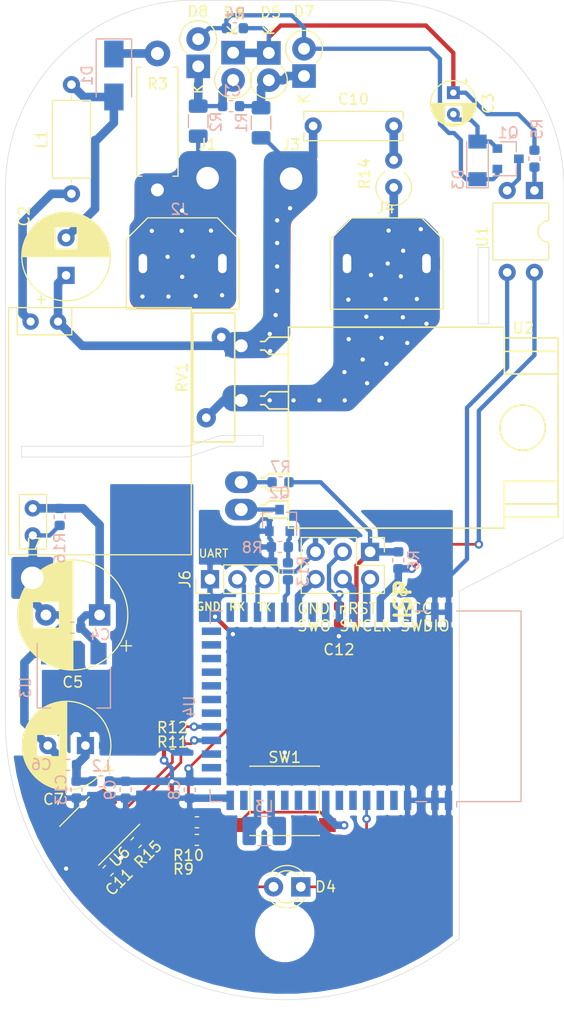
<source format=kicad_pcb>
(kicad_pcb (version 20171130) (host pcbnew "(5.1.10-1-10_14)")
  (layers (0 F.Cu signal) (31 B.Cu signal) (34 B.Paste user hide) (35 F.Paste user hide) (36 B.SilkS user hide) (37 F.SilkS user) (38 B.Mask user hide) (39 F.Mask user hide) (44 Edge.Cuts user))
  (net 0 "")
  (net 1 GND)
  (net 2 +3V3)
  (net 3 "Net-(C1-Pad2)")
  (net 4 "Net-(C1-Pad1)")
  (net 5 "Net-(C3-Pad1)")
  (net 6 "Net-(C3-Pad2)")
  (net 7 "Net-(J4-Pad1)")
  (net 8 "Net-(Q1-Pad3)")
  (net 9 "Net-(Q2-Pad1)")
  (net 10 "Net-(R5-Pad2)")
  (net 11 ZC)
  (net 12 "Net-(R7-Pad2)")
  (net 13 "Net-(U4-Pad41)")
  (net 14 "Net-(U4-Pad40)")
  (net 15 "Net-(U4-Pad35)")
  (net 16 "Net-(U4-Pad34)")
  (net 17 "Net-(U4-Pad31)")
  (net 18 "Net-(U4-Pad28)")
  (net 19 "Net-(U4-Pad27)")
  (net 20 "Net-(U4-Pad26)")
  (net 21 "Net-(U4-Pad25)")
  (net 22 "Net-(U4-Pad24)")
  (net 23 "Net-(U4-Pad23)")
  (net 24 "Net-(U4-Pad22)")
  (net 25 "Net-(U4-Pad21)")
  (net 26 "Net-(U4-Pad18)")
  (net 27 "Net-(U4-Pad17)")
  (net 28 "Net-(U4-Pad14)")
  (net 29 "Net-(U4-Pad11)")
  (net 30 "Net-(U4-Pad10)")
  (net 31 "Net-(U4-Pad9)")
  (net 32 "Net-(U4-Pad7)")
  (net 33 "Net-(U4-Pad6)")
  (net 34 "Net-(U4-Pad4)")
  (net 35 "Net-(U4-Pad3)")
  (net 36 "Net-(D4-Pad2)")
  (net 37 "Net-(D4-Pad1)")
  (net 38 "Net-(C2-Pad2)")
  (net 39 "Net-(D1-Pad1)")
  (net 40 "Net-(L1-Pad1)")
  (net 41 SWO)
  (net 42 SWCLK)
  (net 43 nRST)
  (net 44 SWDIO)
  (net 45 LINE)
  (net 46 +5VP)
  (net 47 NEUT)
  (net 48 LOAD_ON)
  (net 49 "Net-(R10-Pad1)")
  (net 50 TX)
  (net 51 RX)
  (net 52 SCL)
  (net 53 SDA)
  (net 54 "Net-(C10-Pad2)")
  (net 55 "Net-(R15-Pad1)")
  (net 56 "Net-(Q2-Pad3)")
  (net 57 "Net-(D3-Pad1)")
  (net 58 "Net-(L3-Pad2)")
  (net 59 "Net-(L3-Pad1)")
  (net 60 "Net-(C13-Pad1)")
  (module Connector_Wire:SolderWire-1.5sqmm_1x01_D1.7mm_OD3.9mm (layer F.Cu) (at -23.5 7.25)
    (fp_text reference J7 (at 0 -3.15) (layer F.SilkS))
    (fp_text value PE)
    (pad 1 thru_hole roundrect (at 0 0) (size 3.9 3.9) (drill 2.1) (layers *.Cu *.Mask) (roundrect_rratio 0.06410299999999999) (net 1 GND))
  )
  (module Connector_Wire:SolderWire-1.5sqmm_1x01_D1.7mm_OD3.9mm (layer F.Cu) (at 0.6 -29.9)
    (fp_text reference J3 (at 0 -3.15) (layer F.SilkS))
    (fp_text value L_IN)
    (pad 1 thru_hole roundrect (at 0 0) (size 3.9 3.9) (drill 2.1) (layers *.Cu *.Mask) (roundrect_rratio 0.06410299999999999) (net 45 LINE))
  )
  (module Connector_Wire:SolderWire-1.5sqmm_1x01_D1.7mm_OD3.9mm (layer F.Cu) (at -7.175 -29.95)
    (fp_text reference J1 (at 0 -3.15) (layer F.SilkS))
    (fp_text value N_IN)
    (pad 1 thru_hole roundrect (at 0 0) (size 3.9 3.9) (drill 2.1) (layers *.Cu *.Mask) (roundrect_rratio 0.06410299999999999) (net 47 NEUT))
  )
  (module Capacitor_THT:C_Rect_L9.0mm_W2.5mm_P7.50mm_MKT (layer F.Cu) (at 2.65 -34.8)
    (fp_text reference C10 (at 3.75 -2.5) (layer F.SilkS))
    (fp_text value "33n, 500V")
    (pad 2 thru_hole circle (at 7.5 0) (size 1.6 1.6) (drill 0.8) (layers *.Cu *.Mask) (net 54 "Net-(C10-Pad2)"))
    (pad 1 thru_hole circle (at 0 0) (size 1.6 1.6) (drill 0.8) (layers *.Cu *.Mask) (net 45 LINE))
  )
  (module Capacitor_THT:CP_Radial_D4.0mm_P2.00mm (layer F.Cu) (at 15.7 -37.9 270)
    (fp_text reference C3 (at 1 -3.25 90) (layer F.SilkS))
    (fp_text value "10u, 10V")
    (pad 2 thru_hole circle (at 2 0 270) (size 1.2 1.2) (drill 0.6) (layers *.Cu *.Mask) (net 6 "Net-(C3-Pad2)"))
    (pad 1 thru_hole rect (at 0 0 270) (size 1.2 1.2) (drill 0.6) (layers *.Cu *.Mask) (net 5 "Net-(C3-Pad1)"))
  )
  (module Capacitor_SMD:C_0603_1608Metric (layer B.Cu) (at -19.38 26.9525 270)
    (fp_text reference C13 (at 0 1.43 90) (layer B.SilkS) (effects (justify mirror)))
    (fp_text value 100n)
    (pad 2 smd roundrect (at 0.7875 0 270) (size 0.875 0.95) (layers B.Cu B.Paste B.Mask) (net 1 GND))
    (pad 1 smd roundrect (at -0.7875 0 270) (size 0.875 0.95) (layers B.Cu B.Paste B.Mask) (net 60 "Net-(C13-Pad1)"))
  )
  (module Capacitor_SMD:C_0603_1608Metric (layer F.Cu) (at 5.06 10.68 270)
    (fp_text reference C12 (at 3.245 0.01) (layer F.SilkS))
    (fp_text value 10n)
    (pad 2 smd roundrect (at 0.7875 0 270) (size 0.875 0.95) (layers F.Cu F.Paste F.Mask) (net 1 GND))
    (pad 1 smd roundrect (at -0.7875 0 270) (size 0.875 0.95) (layers F.Cu F.Paste F.Mask) (net 43 nRST))
  )
  (module Inductor_SMD:L_1210_3225Metric (layer B.Cu) (at -1.9 30.8 180)
    (fp_text reference L3 (at 0 2.28 180) (layer B.SilkS) (effects (justify mirror)))
    (fp_text value L)
    (pad 2 smd roundrect (at 1.4 0 180) (size 1.25 2.65) (layers B.Cu B.Paste B.Mask) (roundrect_rratio 0.2) (net 58 "Net-(L3-Pad2)"))
    (pad 1 smd roundrect (at -1.4 0 180) (size 1.25 2.65) (layers B.Cu B.Paste B.Mask) (roundrect_rratio 0.2) (net 59 "Net-(L3-Pad1)"))
  )
  (module Resistor_SMD:R_0603_1608Metric (layer B.Cu) (at -20.95 1.575 270)
    (fp_text reference R16 (at 2.9 0 90) (layer B.SilkS) (effects (justify mirror)))
    (fp_text value 10k)
    (pad 2 smd roundrect (at 0.7875 0 270) (size 0.875 0.95) (layers B.Cu B.Paste B.Mask) (net 1 GND))
    (pad 1 smd roundrect (at -0.7875 0 270) (size 0.875 0.95) (layers B.Cu B.Paste B.Mask) (net 46 +5VP))
  )
  (module Connector_PinHeader_2.54mm:PinHeader_2x03_P2.54mm_Vertical (layer F.Cu) (at 7.95 4.825 270)
    (fp_text reference J5 (at 3.59 -2.75) (layer F.SilkS))
    (fp_text value Conn_02x03_Odd_Even)
    (pad 6 thru_hole oval (at 2.54 5.08 270) (size 1.7 1.7) (drill 1) (layers *.Cu *.Mask) (net 41 SWO))
    (pad 5 thru_hole oval (at 0 5.08 270) (size 1.7 1.7) (drill 1) (layers *.Cu *.Mask) (net 1 GND))
    (pad 4 thru_hole oval (at 2.54 2.54 270) (size 1.7 1.7) (drill 1) (layers *.Cu *.Mask) (net 42 SWCLK))
    (pad 3 thru_hole oval (at 0 2.54 270) (size 1.7 1.7) (drill 1) (layers *.Cu *.Mask) (net 43 nRST))
    (pad 2 thru_hole oval (at 2.54 0 270) (size 1.7 1.7) (drill 1) (layers *.Cu *.Mask) (net 44 SWDIO))
    (pad 1 thru_hole rect (at 0 0 270) (size 1.7 1.7) (drill 1) (layers *.Cu *.Mask) (net 2 +3V3))
  )
  (module Resistor_SMD:R_0603_1608Metric (layer B.Cu) (at -0.3875 -1.65 180)
    (fp_text reference R7 (at 0 1.43 180) (layer B.SilkS) (effects (justify mirror)))
    (fp_text value 100)
    (pad 2 smd roundrect (at 0.7875 0 180) (size 0.875 0.95) (layers B.Cu B.Paste B.Mask) (net 12 "Net-(R7-Pad2)"))
    (pad 1 smd roundrect (at -0.7875 0 180) (size 0.875 0.95) (layers B.Cu B.Paste B.Mask) (net 2 +3V3))
  )
  (module Inductor_SMD:L_0603_1608Metric (layer B.Cu) (at -17.0925 26.18 180)
    (fp_text reference L2 (at 0 1.43 180) (layer B.SilkS) (effects (justify mirror)))
    (fp_text value L)
    (pad 2 smd roundrect (at 0.7875 0 180) (size 0.875 0.95) (layers B.Cu B.Paste B.Mask) (net 60 "Net-(C13-Pad1)"))
    (pad 1 smd roundrect (at -0.7875 0 180) (size 0.875 0.95) (layers B.Cu B.Paste B.Mask) (net 2 +3V3))
  )
  (module Capacitor_SMD:C_0603_1608Metric (layer B.Cu) (at -14.81 26.9625 270)
    (fp_text reference C9 (at 0 1.43 90) (layer B.SilkS) (effects (justify mirror)))
    (fp_text value 100n)
    (pad 2 smd roundrect (at 0.7875 0 270) (size 0.875 0.95) (layers B.Cu B.Paste B.Mask) (net 1 GND))
    (pad 1 smd roundrect (at -0.7875 0 270) (size 0.875 0.95) (layers B.Cu B.Paste B.Mask) (net 2 +3V3))
  )
  (module Resistor_SMD:R_0603_1608Metric (layer B.Cu) (at -0.45 4.375 180)
    (fp_text reference R8 (at 2.575 -0.05 180) (layer B.SilkS) (effects (justify mirror)))
    (fp_text value 10k)
    (pad 2 smd roundrect (at 0.7875 0 180) (size 0.875 0.95) (layers B.Cu B.Paste B.Mask) (net 1 GND))
    (pad 1 smd roundrect (at -0.7875 0 180) (size 0.875 0.95) (layers B.Cu B.Paste B.Mask) (net 9 "Net-(Q2-Pad1)"))
  )
  (module Resistor_SMD:R_0603_1608Metric (layer B.Cu) (at 0.3 6.6375 90)
    (fp_text reference R13 (at 0 1.43 90) (layer B.SilkS) (effects (justify mirror)))
    (fp_text value 1k)
    (pad 2 smd roundrect (at 0.7875 0 90) (size 0.875 0.95) (layers B.Cu B.Paste B.Mask) (net 9 "Net-(Q2-Pad1)"))
    (pad 1 smd roundrect (at -0.7875 0 90) (size 0.875 0.95) (layers B.Cu B.Paste B.Mask) (net 48 LOAD_ON))
  )
  (module Resistor_THT:R_Axial_DIN0309_L9.0mm_D3.2mm_P2.54mm_Vertical (layer F.Cu) (at 10.15 -29.085 90)
    (fp_text reference R14 (at 1.27 -2.72 90) (layer F.SilkS))
    (fp_text value 10)
    (pad 2 thru_hole oval (at 2.54 0 90) (size 1.6 1.6) (drill 0.8) (layers *.Cu *.Mask) (net 54 "Net-(C10-Pad2)"))
    (pad 1 thru_hole circle (at 0 0 90) (size 1.6 1.6) (drill 0.8) (layers *.Cu *.Mask) (net 7 "Net-(J4-Pad1)"))
  )
  (module Diode_THT:D_DO-41_SOD81_P2.54mm_Vertical_KathodeUp (layer F.Cu) (at -8.05 -40.35 90)
    (fp_text reference D8 (at 5.1 -0.025) (layer F.SilkS))
    (fp_text value 1N4148)
    (fp_text user K (at -2.1 0 270) (layer F.SilkS))
    (pad 2 thru_hole oval (at 2.54 0 90) (size 2.2 2.2) (drill 1.1) (layers *.Cu *.Mask) (net 57 "Net-(D3-Pad1)"))
    (pad 1 thru_hole rect (at 0 0 90) (size 2.2 2.2) (drill 1.1) (layers *.Cu *.Mask) (net 3 "Net-(C1-Pad2)"))
  )
  (module Diode_THT:D_DO-41_SOD81_P2.54mm_Vertical_KathodeUp (layer F.Cu) (at 1.8 -39.45 90)
    (fp_text reference D7 (at 6 0) (layer F.SilkS))
    (fp_text value 1N4148)
    (fp_text user K (at -2.1 0 270) (layer F.SilkS))
    (pad 2 thru_hole oval (at 2.54 0 90) (size 2.2 2.2) (drill 1.1) (layers *.Cu *.Mask) (net 57 "Net-(D3-Pad1)"))
    (pad 1 thru_hole rect (at 0 0 90) (size 2.2 2.2) (drill 1.1) (layers *.Cu *.Mask) (net 4 "Net-(C1-Pad1)"))
  )
  (module Diode_THT:D_DO-41_SOD81_P2.54mm_Vertical_KathodeUp (layer F.Cu) (at -4.8 -41.625 270)
    (fp_text reference D6 (at -3.725 -0.05) (layer F.SilkS))
    (fp_text value 1N4148)
    (fp_text user K (at -2.1 0 270) (layer F.SilkS))
    (pad 2 thru_hole oval (at 2.54 0 270) (size 2.2 2.2) (drill 1.1) (layers *.Cu *.Mask) (net 3 "Net-(C1-Pad2)"))
    (pad 1 thru_hole rect (at 0 0 270) (size 2.2 2.2) (drill 1.1) (layers *.Cu *.Mask) (net 5 "Net-(C3-Pad1)"))
  )
  (module Diode_THT:D_DO-41_SOD81_P2.54mm_Vertical_KathodeUp (layer F.Cu) (at -1.475 -41.6 270)
    (fp_text reference D5 (at -3.775 -0.175 180) (layer F.SilkS))
    (fp_text value 1N4148)
    (fp_text user K (at -2.1 0 270) (layer F.SilkS))
    (pad 2 thru_hole oval (at 2.54 0 270) (size 2.2 2.2) (drill 1.1) (layers *.Cu *.Mask) (net 4 "Net-(C1-Pad1)"))
    (pad 1 thru_hole rect (at 0 0 270) (size 2.2 2.2) (drill 1.1) (layers *.Cu *.Mask) (net 5 "Net-(C3-Pad1)"))
  )
  (module Varistor:RV_Disc_D12mm_W3.9mm_P7.5mm (layer F.Cu) (at -5.9 -15.15 270)
    (fp_text reference RV1 (at 3.75 3.65 90) (layer F.SilkS))
    (fp_text value "600V, 250VAC")
    (pad 2 thru_hole circle (at 7.5 1.4 270) (size 1.8 1.8) (drill 0.8) (layers *.Cu *.Mask) (net 7 "Net-(J4-Pad1)"))
    (pad 1 thru_hole circle (at 0 0 270) (size 1.8 1.8) (drill 0.8) (layers *.Cu *.Mask) (net 45 LINE))
  )
  (module Resistor_SMD:R_0603_1608Metric (layer B.Cu) (at 23.25 -31.7625 270)
    (fp_text reference R5 (at -2.7665 -0.245 90) (layer B.SilkS) (effects (justify mirror)))
    (fp_text value 1k)
    (pad 2 smd roundrect (at 0.7875 0 270) (size 0.875 0.95) (layers B.Cu B.Paste B.Mask) (net 10 "Net-(R5-Pad2)"))
    (pad 1 smd roundrect (at -0.7875 0 270) (size 0.875 0.95) (layers B.Cu B.Paste B.Mask) (net 5 "Net-(C3-Pad1)"))
  )
  (module Resistor_THT:R_Axial_DIN0411_L9.9mm_D3.6mm_P12.70mm_Horizontal (layer F.Cu) (at -11.85 -41.55 270)
    (fp_text reference R3 (at 2.825 -0.025 180) (layer F.SilkS))
    (fp_text value R)
    (pad 2 thru_hole oval (at 12.7 0 270) (size 2.4 2.4) (drill 1.2) (layers *.Cu *.Mask) (net 47 NEUT))
    (pad 1 thru_hole circle (at 0 0 270) (size 2.4 2.4) (drill 1.2) (layers *.Cu *.Mask) (net 39 "Net-(D1-Pad1)"))
  )
  (module Package_SO:SOIC-8_3.9x4.9mm_P1.27mm (layer F.Cu) (at -17.75 30.8 225)
    (fp_text reference U6 (at 0 -3.4 45) (layer F.SilkS))
    (fp_text value LM75B)
    (pad 8 smd roundrect (at 2.475 -1.905 225) (size 1.95 0.6) (layers F.Cu F.Paste F.Mask) (net 2 +3V3))
    (pad 7 smd roundrect (at 2.475 -0.635 225) (size 1.95 0.6) (layers F.Cu F.Paste F.Mask) (net 1 GND))
    (pad 6 smd roundrect (at 2.475 0.635 225) (size 1.95 0.6) (layers F.Cu F.Paste F.Mask) (net 1 GND))
    (pad 5 smd roundrect (at 2.475 1.905 225) (size 1.95 0.6) (layers F.Cu F.Paste F.Mask) (net 1 GND))
    (pad 4 smd roundrect (at -2.475 1.905 225) (size 1.95 0.6) (layers F.Cu F.Paste F.Mask) (net 1 GND))
    (pad 3 smd roundrect (at -2.475 0.635 225) (size 1.95 0.6) (layers F.Cu F.Paste F.Mask) (net 55 "Net-(R15-Pad1)"))
    (pad 2 smd roundrect (at -2.475 -0.635 225) (size 1.95 0.6) (layers F.Cu F.Paste F.Mask) (net 52 SCL))
    (pad 1 smd roundrect (at -2.475 -1.905 225) (size 1.95 0.6) (layers F.Cu F.Paste F.Mask) (net 53 SDA))
  )
  (module Resistor_SMD:R_0603_1608Metric (layer F.Cu) (at -13.816847 31.876847 45)
    (fp_text reference R15 (at 0.002612 1.548564 45) (layer F.SilkS))
    (fp_text value 4k7)
    (pad 2 smd roundrect (at 0.7875 0 45) (size 0.875 0.95) (layers F.Cu F.Paste F.Mask) (net 2 +3V3))
    (pad 1 smd roundrect (at -0.7875 0 45) (size 0.875 0.95) (layers F.Cu F.Paste F.Mask) (net 55 "Net-(R15-Pad1)"))
  )
  (module Capacitor_SMD:C_0603_1608Metric (layer F.Cu) (at -16.443153 34.493153 45)
    (fp_text reference C11 (at -0.016754 1.477853 45) (layer F.SilkS))
    (fp_text value 100n)
    (pad 2 smd roundrect (at 0.7875 0 45) (size 0.875 0.95) (layers F.Cu F.Paste F.Mask) (net 1 GND))
    (pad 1 smd roundrect (at -0.7875 0 45) (size 0.875 0.95) (layers F.Cu F.Paste F.Mask) (net 2 +3V3))
  )
  (module Resistor_SMD:R_0603_1608Metric (layer F.Cu) (at -10.4475 22.68 180)
    (fp_text reference R12 (at 0 1.498) (layer F.SilkS))
    (fp_text value 4k7)
    (pad 2 smd roundrect (at 0.7875 0 180) (size 0.875 0.95) (layers F.Cu F.Paste F.Mask) (net 2 +3V3))
    (pad 1 smd roundrect (at -0.7875 0 180) (size 0.875 0.95) (layers F.Cu F.Paste F.Mask) (net 53 SDA))
  )
  (module Resistor_SMD:R_0603_1608Metric (layer F.Cu) (at -10.4425 21.1 180)
    (fp_text reference R11 (at 0 -1.43) (layer F.SilkS))
    (fp_text value 4k7)
    (pad 2 smd roundrect (at 0.7875 0 180) (size 0.875 0.95) (layers F.Cu F.Paste F.Mask) (net 2 +3V3))
    (pad 1 smd roundrect (at -0.7875 0 180) (size 0.875 0.95) (layers F.Cu F.Paste F.Mask) (net 52 SCL))
  )
  (module Connector_PinHeader_2.54mm:PinHeader_1x03_P2.54mm_Vertical (layer F.Cu) (at -6.95 7.375 90)
    (fp_text reference J6 (at 0 -2.33 90) (layer F.SilkS))
    (fp_text value Conn_01x03)
    (pad 3 thru_hole oval (at 0 5.08 90) (size 1.7 1.7) (drill 1) (layers *.Cu *.Mask) (net 50 TX))
    (pad 2 thru_hole oval (at 0 2.54 90) (size 1.7 1.7) (drill 1) (layers *.Cu *.Mask) (net 51 RX))
    (pad 1 thru_hole rect (at 0 0 90) (size 1.7 1.7) (drill 1) (layers *.Cu *.Mask) (net 1 GND))
  )
  (module Resistor_SMD:R_0603_1608Metric (layer F.Cu) (at -8.1675 29.99 180)
    (fp_text reference R10 (at 0.7925 -3.08) (layer F.SilkS))
    (fp_text value 1k)
    (pad 2 smd roundrect (at 0.7875 0 180) (size 0.875 0.95) (layers F.Cu F.Paste F.Mask) (net 2 +3V3))
    (pad 1 smd roundrect (at -0.7875 0 180) (size 0.875 0.95) (layers F.Cu F.Paste F.Mask) (net 49 "Net-(R10-Pad1)"))
  )
  (module Capacitor_SMD:C_0603_1608Metric (layer B.Cu) (at -8.84 26.96 270)
    (fp_text reference C8 (at 0 1.43 270) (layer B.SilkS) (effects (justify mirror)))
    (fp_text value 100n)
    (pad 2 smd roundrect (at 0.7875 0 270) (size 0.875 0.95) (layers B.Cu B.Paste B.Mask) (net 1 GND))
    (pad 1 smd roundrect (at -0.7875 0 270) (size 0.875 0.95) (layers B.Cu B.Paste B.Mask) (net 2 +3V3))
  )
  (module Resistor_SMD:R_0603_1608Metric (layer F.Cu) (at -8.1725 31.63)
    (fp_text reference R9 (at -1.2475 2.72) (layer F.SilkS))
    (fp_text value 1k)
    (pad 2 smd roundrect (at 0.7875 0) (size 0.875 0.95) (layers F.Cu F.Paste F.Mask) (net 36 "Net-(D4-Pad2)"))
    (pad 1 smd roundrect (at -0.7875 0) (size 0.875 0.95) (layers F.Cu F.Paste F.Mask) (net 2 +3V3))
  )
  (module Capacitor_SMD:C_0603_1608Metric (layer B.Cu) (at -4.9875 -36.65 180)
    (fp_text reference C1 (at 0 1.43) (layer B.SilkS) (effects (justify mirror)))
    (fp_text value "1nF, 16V")
    (pad 2 smd roundrect (at 0.7875 0 180) (size 0.875 0.95) (layers B.Cu B.Paste B.Mask) (net 3 "Net-(C1-Pad2)"))
    (pad 1 smd roundrect (at -0.7875 0 180) (size 0.875 0.95) (layers B.Cu B.Paste B.Mask) (net 4 "Net-(C1-Pad1)"))
  )
  (module Diode_SMD:D_SMA (layer B.Cu) (at -15.9 -39.5 270)
    (fp_text reference D1 (at 0 2.5 90) (layer B.SilkS) (effects (justify mirror)))
    (fp_text value D)
    (pad 2 smd rect (at 2 0 270) (size 2.5 1.8) (layers B.Cu B.Paste B.Mask) (net 38 "Net-(C2-Pad2)"))
    (pad 1 smd rect (at -2 0 270) (size 2.5 1.8) (layers B.Cu B.Paste B.Mask) (net 39 "Net-(D1-Pad1)"))
  )
  (module Button_Switch_SMD:SW_Push_1P1T_NO_6x6mm_H9.5mm (layer F.Cu) (at 0 28)
    (fp_text reference SW1 (at 0 -4.05) (layer F.SilkS))
    (fp_text value SW_Push_Dual)
    (pad 2 smd rect (at 3.975 2.25) (size 1.55 1.3) (layers F.Cu F.Paste F.Mask) (net 49 "Net-(R10-Pad1)"))
    (pad 1 smd rect (at 3.975 -2.25) (size 1.55 1.3) (layers F.Cu F.Paste F.Mask) (net 1 GND))
    (pad 1 smd rect (at -3.975 -2.25) (size 1.55 1.3) (layers F.Cu F.Paste F.Mask) (net 1 GND))
    (pad 2 smd rect (at -3.975 2.25) (size 1.55 1.3) (layers F.Cu F.Paste F.Mask) (net 49 "Net-(R10-Pad1)"))
  )
  (module FanPowerCtrl:DCDC (layer F.Cu) (at -17.2 -6.4 270)
    (fp_text reference PS1 hide)
    (fp_text value E365041)
    (pad 4 thru_hole circle (at 7.175 6.25 270) (size 1.524 1.524) (drill 0.762) (layers *.Cu *.Mask) (net 46 +5VP))
    (pad 3 thru_hole circle (at 9.7 6.25 270) (size 1.524 1.524) (drill 0.762) (layers *.Cu *.Mask) (net 1 GND))
    (pad 1 thru_hole circle (at -10.2 3.9 270) (size 1.524 1.524) (drill 0.762) (layers *.Cu *.Mask) (net 45 LINE))
    (pad 2 thru_hole circle (at -10.2 6.45 270) (size 1.524 1.524) (drill 0.762) (layers *.Cu *.Mask) (net 40 "Net-(L1-Pad1)"))
  )
  (module FanPowerCtrl:PowerSocket (layer F.Cu) (at 9.5 -22)
    (fp_text reference J4 (at -0.102 -5.178) (layer F.SilkS))
    (fp_text value L_OUT)
    (pad 1 thru_hole oval (at 3.7 0) (size 2.5 3.5) (drill oval 0.8 1.8) (layers *.Cu *.Mask) (net 7 "Net-(J4-Pad1)"))
    (pad 1 thru_hole oval (at -3.7 0) (size 2.5 3.5) (drill oval 0.8 1.8) (layers *.Cu *.Mask) (net 7 "Net-(J4-Pad1)"))
  )
  (module FanPowerCtrl:PowerSocket (layer F.Cu) (at -9.5 -22)
    (fp_text reference J2 (at -0.279 -5.051) (layer B.SilkS) (effects (justify mirror)))
    (fp_text value N_OUT)
    (pad 1 thru_hole oval (at 3.7 0) (size 2.5 3.5) (drill oval 0.8 1.8) (layers *.Cu *.Mask) (net 47 NEUT))
    (pad 1 thru_hole oval (at -3.7 0) (size 2.5 3.5) (drill oval 0.8 1.8) (layers *.Cu *.Mask) (net 47 NEUT))
  )
  (module Inductor_THT:L_Axial_L7.0mm_D3.3mm_P10.16mm_Horizontal_Fastron_MICC (layer F.Cu) (at -19.85 -28.49 90)
    (fp_text reference L1 (at 5.08 -2.77 90) (layer F.SilkS))
    (fp_text value L)
    (pad 2 thru_hole oval (at 10.16 0 90) (size 1.6 1.6) (drill 0.8) (layers *.Cu *.Mask) (net 38 "Net-(C2-Pad2)"))
    (pad 1 thru_hole circle (at 0 0 90) (size 1.6 1.6) (drill 0.8) (layers *.Cu *.Mask) (net 40 "Net-(L1-Pad1)"))
  )
  (module Capacitor_THT:CP_Radial_D8.0mm_P3.50mm (layer F.Cu) (at -20.35 -20.9 90)
    (fp_text reference C2 (at 5.516 -3.907 90) (layer F.SilkS))
    (fp_text value CP)
    (pad 2 thru_hole circle (at 3.5 0 90) (size 1.6 1.6) (drill 0.8) (layers *.Cu *.Mask) (net 38 "Net-(C2-Pad2)"))
    (pad 1 thru_hole rect (at 0 0 90) (size 1.6 1.6) (drill 0.8) (layers *.Cu *.Mask) (net 45 LINE))
  )
  (module MountingHole:MountingHole_2.1mm (layer F.Cu) (at -23.5 -31)
    (fp_text reference H3 hide)
    (fp_text value MountingHole)
    (pad "" np_thru_hole circle (at 0 0) (size 2.1 2.1) (drill 2.1) (layers *.Cu *.Mask))
  )
  (module MountingHole:MountingHole_2.1mm (layer F.Cu) (at 20 -39)
    (fp_text reference H2 hide)
    (fp_text value MountingHole)
    (pad "" np_thru_hole circle (at 0 0) (size 2.1 2.1) (drill 2.1) (layers *.Cu *.Mask))
  )
  (module MountingHole:MountingHole_4.5mm (layer F.Cu) (at 0 40.25)
    (fp_text reference H1 hide)
    (fp_text value MountingHole)
    (pad 1 np_thru_hole circle (at 0 0) (size 4.5 4.5) (drill 4.5) (layers *.Cu *.Mask))
  )
  (module LED_THT:LED_D3.0mm_Clear (layer F.Cu) (at 1.5 36 180)
    (fp_text reference D4 (at -2.31 -0.003) (layer F.SilkS))
    (fp_text value LED)
    (pad 2 thru_hole circle (at 2.54 0 180) (size 1.8 1.8) (drill 0.9) (layers *.Cu *.Mask) (net 36 "Net-(D4-Pad2)"))
    (pad 1 thru_hole rect (at 0 0 180) (size 1.8 1.8) (drill 0.9) (layers *.Cu *.Mask) (net 37 "Net-(D4-Pad1)"))
  )
  (module Package_SIP:SIP4_Sharp-SSR_P7.62mm_Angled (layer F.Cu) (at -4.05 -14.35 270)
    (fp_text reference U2 (at -1.652 -26.275 180) (layer F.SilkS))
    (fp_text value S202S01)
    (pad "" np_thru_hole circle (at 7.62 -26.2 270) (size 3.4 3.4) (drill 3.4) (layers *.Cu *.Mask))
    (pad 4 thru_hole oval (at 15.24 0 270) (size 2 3) (drill 1.2) (layers *.Cu *.Mask) (net 56 "Net-(Q2-Pad3)"))
    (pad 3 thru_hole oval (at 12.7 0 270) (size 2 3) (drill 1.2) (layers *.Cu *.Mask) (net 12 "Net-(R7-Pad2)"))
    (pad 2 thru_hole oval (at 5.08 0 270) (size 2 3) (drill 1.2) (layers *.Cu *.Mask) (net 7 "Net-(J4-Pad1)"))
    (pad 1 thru_hole rect (at 0 0 270) (size 2 3) (drill 1.2) (layers *.Cu *.Mask) (net 45 LINE))
  )
  (module RF_Module:E73-2G4M04S (layer B.Cu) (at 7.53 19.2 90)
    (fp_text reference U4 (at 0 -16.4 -90) (layer B.SilkS) (effects (justify mirror)))
    (fp_text value E73-2G4M04S-52832)
    (pad 43 smd rect (at 8.75 7.72 90) (size 1.8 0.7) (layers B.Cu B.Paste B.Mask) (net 1 GND))
    (pad 42 smd rect (at 8.75 6.45 90) (size 1.8 0.7) (layers B.Cu B.Paste B.Mask) (net 1 GND))
    (pad 41 smd rect (at 8.75 3.91 90) (size 1.8 0.7) (layers B.Cu B.Paste B.Mask) (net 13 "Net-(U4-Pad41)"))
    (pad 40 smd rect (at 8.75 2.64 90) (size 1.8 0.7) (layers B.Cu B.Paste B.Mask) (net 14 "Net-(U4-Pad40)"))
    (pad 39 smd rect (at 8.75 1.37 90) (size 1.8 0.7) (layers B.Cu B.Paste B.Mask) (net 11 ZC))
    (pad 38 smd rect (at 8.75 0.1 90) (size 1.8 0.7) (layers B.Cu B.Paste B.Mask) (net 44 SWDIO))
    (pad 37 smd rect (at 8.75 -1.17 90) (size 1.8 0.7) (layers B.Cu B.Paste B.Mask) (net 42 SWCLK))
    (pad 36 smd rect (at 8.75 -2.44 90) (size 1.8 0.7) (layers B.Cu B.Paste B.Mask) (net 43 nRST))
    (pad 35 smd rect (at 8.75 -3.71 90) (size 1.8 0.7) (layers B.Cu B.Paste B.Mask) (net 15 "Net-(U4-Pad35)"))
    (pad 34 smd rect (at 8.75 -4.98 90) (size 1.8 0.7) (layers B.Cu B.Paste B.Mask) (net 16 "Net-(U4-Pad34)"))
    (pad 33 smd rect (at 8.75 -6.25 90) (size 1.8 0.7) (layers B.Cu B.Paste B.Mask) (net 41 SWO))
    (pad 32 smd rect (at 8.75 -7.52 90) (size 1.8 0.7) (layers B.Cu B.Paste B.Mask) (net 48 LOAD_ON))
    (pad 31 smd rect (at 8.75 -8.79 90) (size 1.8 0.7) (layers B.Cu B.Paste B.Mask) (net 17 "Net-(U4-Pad31)"))
    (pad 30 smd rect (at 8.75 -10.06 90) (size 1.8 0.7) (layers B.Cu B.Paste B.Mask) (net 50 TX))
    (pad 29 smd rect (at 8.75 -11.33 90) (size 1.8 0.7) (layers B.Cu B.Paste B.Mask) (net 51 RX))
    (pad 28 smd rect (at 8.75 -12.6 90) (size 1.8 0.7) (layers B.Cu B.Paste B.Mask) (net 18 "Net-(U4-Pad28)"))
    (pad 27 smd rect (at 6.985 -14.35 90) (size 0.7 1.8) (layers B.Cu B.Paste B.Mask) (net 19 "Net-(U4-Pad27)"))
    (pad 26 smd rect (at 5.715 -14.35 90) (size 0.7 1.8) (layers B.Cu B.Paste B.Mask) (net 20 "Net-(U4-Pad26)"))
    (pad 25 smd rect (at 4.445 -14.35 90) (size 0.7 1.8) (layers B.Cu B.Paste B.Mask) (net 21 "Net-(U4-Pad25)"))
    (pad 24 smd rect (at 3.175 -14.35 90) (size 0.7 1.8) (layers B.Cu B.Paste B.Mask) (net 22 "Net-(U4-Pad24)"))
    (pad 23 smd rect (at 1.905 -14.35 90) (size 0.7 1.8) (layers B.Cu B.Paste B.Mask) (net 23 "Net-(U4-Pad23)"))
    (pad 22 smd rect (at 0.635 -14.35 90) (size 0.7 1.8) (layers B.Cu B.Paste B.Mask) (net 24 "Net-(U4-Pad22)"))
    (pad 21 smd rect (at -0.635 -14.35 90) (size 0.7 1.8) (layers B.Cu B.Paste B.Mask) (net 25 "Net-(U4-Pad21)"))
    (pad 20 smd rect (at -1.905 -14.35 90) (size 0.7 1.8) (layers B.Cu B.Paste B.Mask) (net 52 SCL))
    (pad 19 smd rect (at -3.175 -14.35 90) (size 0.7 1.8) (layers B.Cu B.Paste B.Mask) (net 53 SDA))
    (pad 18 smd rect (at -4.445 -14.35 90) (size 0.7 1.8) (layers B.Cu B.Paste B.Mask) (net 26 "Net-(U4-Pad18)"))
    (pad 17 smd rect (at -5.715 -14.35 90) (size 0.7 1.8) (layers B.Cu B.Paste B.Mask) (net 27 "Net-(U4-Pad17)"))
    (pad 16 smd rect (at -6.985 -14.35 90) (size 0.7 1.8) (layers B.Cu B.Paste B.Mask) (net 2 +3V3))
    (pad 15 smd rect (at -8.75 -12.6 90) (size 1.8 0.7) (layers B.Cu B.Paste B.Mask) (net 1 GND))
    (pad 14 smd rect (at -8.75 -11.33 90) (size 1.8 0.7) (layers B.Cu B.Paste B.Mask) (net 28 "Net-(U4-Pad14)"))
    (pad 13 smd rect (at -8.75 -10.06 90) (size 1.8 0.7) (layers B.Cu B.Paste B.Mask) (net 58 "Net-(L3-Pad2)"))
    (pad 12 smd rect (at -8.75 -8.79 90) (size 1.8 0.7) (layers B.Cu B.Paste B.Mask) (net 59 "Net-(L3-Pad1)"))
    (pad 11 smd rect (at -8.75 -7.52 90) (size 1.8 0.7) (layers B.Cu B.Paste B.Mask) (net 29 "Net-(U4-Pad11)"))
    (pad 10 smd rect (at -8.75 -6.25 90) (size 1.8 0.7) (layers B.Cu B.Paste B.Mask) (net 30 "Net-(U4-Pad10)"))
    (pad 9 smd rect (at -8.75 -4.98 90) (size 1.8 0.7) (layers B.Cu B.Paste B.Mask) (net 31 "Net-(U4-Pad9)"))
    (pad 8 smd rect (at -8.75 -3.71 90) (size 1.8 0.7) (layers B.Cu B.Paste B.Mask) (net 49 "Net-(R10-Pad1)"))
    (pad 7 smd rect (at -8.75 -2.44 90) (size 1.8 0.7) (layers B.Cu B.Paste B.Mask) (net 32 "Net-(U4-Pad7)"))
    (pad 6 smd rect (at -8.75 -1.17 90) (size 1.8 0.7) (layers B.Cu B.Paste B.Mask) (net 33 "Net-(U4-Pad6)"))
    (pad 5 smd rect (at -8.75 0.1 90) (size 1.8 0.7) (layers B.Cu B.Paste B.Mask) (net 37 "Net-(D4-Pad1)"))
    (pad 4 smd rect (at -8.75 1.37 90) (size 1.8 0.7) (layers B.Cu B.Paste B.Mask) (net 34 "Net-(U4-Pad4)"))
    (pad 3 smd rect (at -8.75 2.64 90) (size 1.8 0.7) (layers B.Cu B.Paste B.Mask) (net 35 "Net-(U4-Pad3)"))
    (pad 2 smd rect (at -8.75 3.91 90) (size 1.8 0.7) (layers B.Cu B.Paste B.Mask) (net 1 GND))
    (pad 1 smd rect (at -8.75 6.45 90) (size 1.8 0.7) (layers B.Cu B.Paste B.Mask) (net 1 GND))
    (pad 0 smd rect (at -8.75 7.72 90) (size 1.8 0.7) (layers B.Cu B.Paste B.Mask) (net 1 GND))
  )
  (module Package_TO_SOT_SMD:SOT-223-3_TabPin2 (layer B.Cu) (at -19.63 17.45 270)
    (fp_text reference U3 (at 0 4.5 90) (layer B.SilkS) (effects (justify mirror)))
    (fp_text value AMS1117-3.3)
    (pad 1 smd rect (at -3.15 2.3 270) (size 2 1.5) (layers B.Cu B.Paste B.Mask) (net 1 GND))
    (pad 3 smd rect (at -3.15 -2.3 270) (size 2 1.5) (layers B.Cu B.Paste B.Mask) (net 46 +5VP))
    (pad 2 smd rect (at -3.15 0 270) (size 2 1.5) (layers B.Cu B.Paste B.Mask) (net 60 "Net-(C13-Pad1)"))
    (pad 2 smd rect (at 3.15 0 270) (size 2 3.8) (layers B.Cu B.Paste B.Mask) (net 60 "Net-(C13-Pad1)"))
  )
  (module Package_DIP:DIP-4_W7.62mm (layer F.Cu) (at 23.25 -28.8 270)
    (fp_text reference U1 (at 4.289 4.835 90) (layer F.SilkS))
    (fp_text value PC817)
    (pad 4 thru_hole oval (at 7.62 0 270) (size 1.6 1.6) (drill 0.8) (layers *.Cu *.Mask) (net 11 ZC))
    (pad 2 thru_hole oval (at 0 2.54 270) (size 1.6 1.6) (drill 0.8) (layers *.Cu *.Mask) (net 8 "Net-(Q1-Pad3)"))
    (pad 3 thru_hole oval (at 7.62 2.54 270) (size 1.6 1.6) (drill 0.8) (layers *.Cu *.Mask) (net 1 GND))
    (pad 1 thru_hole rect (at 0 0 270) (size 1.6 1.6) (drill 0.8) (layers *.Cu *.Mask) (net 10 "Net-(R5-Pad2)"))
  )
  (module Resistor_SMD:R_0603_1608Metric (layer B.Cu) (at 10.575 5.6125 90)
    (fp_text reference R6 (at 0 1.43 270) (layer B.SilkS) (effects (justify mirror)))
    (fp_text value 4k7)
    (pad 2 smd roundrect (at 0.7875 0 90) (size 0.875 0.95) (layers B.Cu B.Paste B.Mask) (net 2 +3V3))
    (pad 1 smd roundrect (at -0.7875 0 90) (size 0.875 0.95) (layers B.Cu B.Paste B.Mask) (net 11 ZC))
  )
  (module Resistor_SMD:R_0603_1608Metric (layer B.Cu) (at -4.6375 -43.9)
    (fp_text reference R4 (at 0.0375 -1.35 180) (layer B.SilkS) (effects (justify mirror)))
    (fp_text value 22k)
    (pad 2 smd roundrect (at 0.7875 0) (size 0.875 0.95) (layers B.Cu B.Paste B.Mask) (net 5 "Net-(C3-Pad1)"))
    (pad 1 smd roundrect (at -0.7875 0) (size 0.875 0.95) (layers B.Cu B.Paste B.Mask) (net 57 "Net-(D3-Pad1)"))
  )
  (module Resistor_SMD:R_1206_3216Metric (layer B.Cu) (at -8.05 -35.25 270)
    (fp_text reference R2 (at 0.07 -1.653 270) (layer B.SilkS) (effects (justify mirror)))
    (fp_text value 220k)
    (pad 2 smd roundrect (at 1.4 0 270) (size 1.25 1.75) (layers B.Cu B.Paste B.Mask) (roundrect_rratio 0.2) (net 47 NEUT))
    (pad 1 smd roundrect (at -1.4 0 270) (size 1.25 1.75) (layers B.Cu B.Paste B.Mask) (roundrect_rratio 0.2) (net 3 "Net-(C1-Pad2)"))
  )
  (module Resistor_SMD:R_1206_3216Metric (layer B.Cu) (at -2.2 -35.1 270)
    (fp_text reference R1 (at 0 1.82 270) (layer B.SilkS) (effects (justify mirror)))
    (fp_text value 220k)
    (pad 2 smd roundrect (at 1.4 0 270) (size 1.25 1.75) (layers B.Cu B.Paste B.Mask) (roundrect_rratio 0.2) (net 45 LINE))
    (pad 1 smd roundrect (at -1.4 0 270) (size 1.25 1.75) (layers B.Cu B.Paste B.Mask) (roundrect_rratio 0.2) (net 4 "Net-(C1-Pad1)"))
  )
  (module Package_TO_SOT_SMD:SOT-23 (layer B.Cu) (at -0.475 1.9 90)
    (fp_text reference Q2 (at 2.575 0) (layer B.SilkS) (effects (justify mirror)))
    (fp_text value Q_NMOS_DGS)
    (pad 3 smd rect (at 1 0 90) (size 0.9 0.8) (layers B.Cu B.Paste B.Mask) (net 56 "Net-(Q2-Pad3)"))
    (pad 2 smd rect (at -1 -0.95 90) (size 0.9 0.8) (layers B.Cu B.Paste B.Mask) (net 1 GND))
    (pad 1 smd rect (at -1 0.95 90) (size 0.9 0.8) (layers B.Cu B.Paste B.Mask) (net 9 "Net-(Q2-Pad1)"))
  )
  (module Package_TO_SOT_SMD:SOT-23 (layer B.Cu) (at 20.8 -31.75)
    (fp_text reference Q1 (at 0 -2.425 180) (layer B.SilkS) (effects (justify mirror)))
    (fp_text value MBT2222A)
    (pad 3 smd rect (at 1 0) (size 0.9 0.8) (layers B.Cu B.Paste B.Mask) (net 8 "Net-(Q1-Pad3)"))
    (pad 2 smd rect (at -1 -0.95) (size 0.9 0.8) (layers B.Cu B.Paste B.Mask) (net 6 "Net-(C3-Pad2)"))
    (pad 1 smd rect (at -1 0.95) (size 0.9 0.8) (layers B.Cu B.Paste B.Mask) (net 57 "Net-(D3-Pad1)"))
  )
  (module Diode_SMD:D_MiniMELF (layer B.Cu) (at 17.95 -31.6 90)
    (fp_text reference D3 (at -1.775 -1.8 270) (layer B.SilkS) (effects (justify mirror)))
    (fp_text value D)
    (pad 2 smd rect (at 1.75 0 90) (size 1.3 1.7) (layers B.Cu B.Paste B.Mask) (net 6 "Net-(C3-Pad2)"))
    (pad 1 smd rect (at -1.75 0 90) (size 1.3 1.7) (layers B.Cu B.Paste B.Mask) (net 57 "Net-(D3-Pad1)"))
  )
  (module Capacitor_THT:CP_Radial_D8.0mm_P3.50mm (layer F.Cu) (at -18.55 22.85 180)
    (fp_text reference C7 (at 2.97 -5.01) (layer F.SilkS))
    (fp_text value "220u, 16V")
    (pad 2 thru_hole circle (at 3.5 0 180) (size 1.6 1.6) (drill 0.8) (layers *.Cu *.Mask) (net 1 GND))
    (pad 1 thru_hole rect (at 0 0 180) (size 1.6 1.6) (drill 0.8) (layers *.Cu *.Mask) (net 60 "Net-(C13-Pad1)"))
  )
  (module Capacitor_SMD:C_0603_1608Metric (layer B.Cu) (at -20.1625 24.65 180)
    (fp_text reference C6 (at 2.4925 0.03 180) (layer B.SilkS) (effects (justify mirror)))
    (fp_text value 100n)
    (pad 2 smd roundrect (at 0.7875 0 180) (size 0.875 0.95) (layers B.Cu B.Paste B.Mask) (net 1 GND))
    (pad 1 smd roundrect (at -0.7875 0 180) (size 0.875 0.95) (layers B.Cu B.Paste B.Mask) (net 60 "Net-(C13-Pad1)"))
  )
  (module Capacitor_THT:CP_Radial_D10.0mm_P5.00mm (layer F.Cu) (at -17.225 10.7 180)
    (fp_text reference C5 (at 2.5 -6.25) (layer F.SilkS))
    (fp_text value "470u, 35V")
    (pad 2 thru_hole circle (at 5 0 180) (size 2 2) (drill 1) (layers *.Cu *.Mask) (net 1 GND))
    (pad 1 thru_hole rect (at 0 0 180) (size 2 2) (drill 1) (layers *.Cu *.Mask) (net 46 +5VP))
  )
  (module Capacitor_SMD:C_0603_1608Metric (layer B.Cu) (at -19.7625 11.89 180)
    (fp_text reference C4 (at -2.5825 -0.64) (layer B.SilkS) (effects (justify mirror)))
    (fp_text value 100n)
    (pad 2 smd roundrect (at 0.7875 0 180) (size 0.875 0.95) (layers B.Cu B.Paste B.Mask) (net 1 GND))
    (pad 1 smd roundrect (at -0.7875 0 180) (size 0.875 0.95) (layers B.Cu B.Paste B.Mask) (net 46 +5VP))
  )
  (gr_text "ISP\n" (at 11 9.25 90) (layer F.SilkS) (effects (font (size 1.5 1.5) (thickness 0.3))))
  (gr_arc (start 8.5 -29) (end 8.5 -46.5) (angle 90) (layer Edge.Cuts) (width 0.05))
  (gr_arc (start -8.5 -29) (end -8.5 -46.5) (angle -90) (layer Edge.Cuts) (width 0.05))
  (gr_line (start 19 -23.5) (end 19 -23.45) (layer Edge.Cuts) (width 0.05))
  (gr_line (start 18 -23.5) (end 19 -23.5) (layer Edge.Cuts) (width 0.05))
  (gr_line (start 18 -16.4) (end 18 -23.5) (layer Edge.Cuts) (width 0.05))
  (gr_line (start 19 -16.4) (end 18 -16.4) (layer Edge.Cuts) (width 0.05))
  (gr_line (start 19 -23.45) (end 19 -16.4) (layer Edge.Cuts) (width 0.05))
  (gr_line (start -6 -6) (end -9 -5) (layer Edge.Cuts) (width 0.05))
  (gr_line (start -2 -6) (end -6 -6) (layer Edge.Cuts) (width 0.05))
  (gr_text "\nGND nRST   VCC\nSWO SWCLK SWDIO" (at 1.075 10.1) (layer F.SilkS) (effects (font (size 1 1)) (justify left)))
  (gr_text TX (at -1.9 9.975) (layer F.SilkS) (effects (font (size 0.75 0.75))))
  (gr_text RX (at -4.45 9.925) (layer F.SilkS) (effects (font (size 0.75 0.75))))
  (gr_text GND (at -7.1 9.925) (layer F.SilkS) (effects (font (size 0.75 0.75))))
  (gr_text UART (at -8.075 4.975) (layer F.SilkS) (effects (font (size 0.75 0.75) (thickness 0.125)) (justify left)))
  (gr_line (start 16.25 8.475) (end 16.25119 40.79529) (layer Edge.Cuts) (width 0.05))
  (gr_line (start 16.25 8.475) (end 26 3.45) (layer Edge.Cuts) (width 0.05))
  (gr_line (start -24.5 -5) (end -24.5 -4) (layer Edge.Cuts) (width 0.05))
  (gr_line (start -9 -5) (end -24.5 -5) (layer Edge.Cuts) (width 0.05))
  (gr_line (start -2 -5) (end -2 -6) (layer Edge.Cuts) (width 0.05))
  (gr_line (start -6 -5) (end -2 -5) (layer Edge.Cuts) (width 0.05))
  (gr_line (start -9 -4) (end -6 -5) (layer Edge.Cuts) (width 0.05))
  (gr_line (start -24.5 -4) (end -9 -4) (layer Edge.Cuts) (width 0.05))
  (gr_line (start 26 3.45) (end 26 -29) (layer Edge.Cuts) (width 0.05))
  (gr_arc (start 0 20.5) (end -26 20.5) (angle -128.6855476) (layer Edge.Cuts) (width 0.05))
  (gr_line (start -26 -29) (end -26 20.5) (layer Edge.Cuts) (width 0.05))
  (gr_line (start -8.5 -46.5) (end 8.5 -46.5) (layer Edge.Cuts) (width 0.05))
  (segment (start -23.45 9.4) (end -22.15 10.7) (width 0.8) (layer B.Cu) (net 1))
  (segment (start -23.45 3.025) (end -23.45 9.4) (width 0.8) (layer B.Cu) (net 1))
  (segment (start 16.97 5.5) (end 15.32 7.15) (width 0.4) (layer B.Cu) (net 1))
  (segment (start 15.32 7.15) (end 15.32 14.8) (width 0.4) (layer B.Cu) (net 1))
  (segment (start 16.97 -8.59) (end 16.97 5.5) (width 0.4) (layer B.Cu) (net 1))
  (segment (start 20.71 -12.33) (end 16.97 -8.59) (width 0.4) (layer B.Cu) (net 1))
  (segment (start 20.71 -21.18) (end 20.71 -12.33) (width 0.4) (layer B.Cu) (net 1))
  (segment (start 2.95 23.5) (end 0 23.5) (width 0.25) (layer F.Cu) (net 1))
  (segment (start -3.975 24.475) (end -3.975 25.75) (width 0.25) (layer F.Cu) (net 1))
  (segment (start -3 23.5) (end -3.975 24.475) (width 0.25) (layer F.Cu) (net 1))
  (segment (start 3.975 24.525) (end 2.95 23.5) (width 0.25) (layer F.Cu) (net 1))
  (segment (start 3.975 25.75) (end 3.975 24.525) (width 0.25) (layer F.Cu) (net 1))
  (segment (start 0 23.5) (end -3 23.5) (width 0.25) (layer F.Cu) (net 1))
  (via (at 0 23.5) (size 0.8) (drill 0.4) (layers F.Cu B.Cu) (net 1))
  (segment (start -15.886306 33.936306) (end -19.7 30.122612) (width 0.4) (layer F.Cu) (net 1))
  (segment (start -19.7 30.055923) (end -17.346949 27.702872) (width 0.4) (layer F.Cu) (net 1))
  (segment (start -19.7 30.122612) (end -19.7 30.055923) (width 0.4) (layer F.Cu) (net 1))
  (segment (start -19.051076 32.999102) (end -19.949102 32.101076) (width 0.25) (layer F.Cu) (net 1))
  (segment (start -19.949103 32.101076) (end -20.847128 31.203051) (width 0.25) (layer F.Cu) (net 1))
  (segment (start -19.949102 32.101076) (end -19.949103 32.101076) (width 0.25) (layer F.Cu) (net 1))
  (via (at -20.35 34.3) (size 0.8) (drill 0.4) (layers F.Cu B.Cu) (net 1))
  (segment (start -19.051076 33.001076) (end -20.35 34.3) (width 0.25) (layer F.Cu) (net 1))
  (segment (start -19.051076 32.999102) (end -19.051076 33.001076) (width 0.25) (layer F.Cu) (net 1))
  (via (at -15.25 33.3) (size 0.8) (drill 0.4) (layers F.Cu B.Cu) (net 1))
  (segment (start -15.886306 33.936306) (end -15.25 33.3) (width 0.4) (layer F.Cu) (net 1))
  (segment (start -1.2375 4.375) (end -1.2375 3.7625) (width 0.4) (layer B.Cu) (net 1))
  (segment (start -1.425 3.575) (end -1.425 2.9) (width 0.4) (layer B.Cu) (net 1))
  (segment (start -1.2375 3.7625) (end -1.425 3.575) (width 0.4) (layer B.Cu) (net 1))
  (segment (start -1.2375 5.9125) (end -1.2375 4.375) (width 0.4) (layer B.Cu) (net 1))
  (segment (start -0.48951 6.66049) (end -1.2375 5.9125) (width 0.4) (layer B.Cu) (net 1))
  (segment (start 1.03451 6.66049) (end -0.48951 6.66049) (width 0.4) (layer B.Cu) (net 1))
  (segment (start 2.87 4.825) (end 1.03451 6.66049) (width 0.4) (layer B.Cu) (net 1))
  (segment (start -6.95 7.375) (end -6.95 6.08) (width 0.4) (layer B.Cu) (net 1))
  (segment (start -5.245 4.375) (end -1.2375 4.375) (width 0.4) (layer B.Cu) (net 1))
  (segment (start -6.95 6.08) (end -5.245 4.375) (width 0.4) (layer B.Cu) (net 1))
  (via (at 5.04 12.68) (size 0.8) (drill 0.4) (layers F.Cu B.Cu) (net 1))
  (segment (start 5.06 12.66) (end 5.04 12.68) (width 0.25) (layer F.Cu) (net 1))
  (segment (start 5.06 11.4675) (end 5.06 12.66) (width 0.25) (layer F.Cu) (net 1))
  (via (at -4.82 12.49) (size 0.8) (drill 0.4) (layers F.Cu B.Cu) (net 1))
  (via (at -6.48 10.86) (size 0.8) (drill 0.4) (layers F.Cu B.Cu) (net 1))
  (segment (start -4.85 12.49) (end -6.48 10.86) (width 0.4) (layer F.Cu) (net 1))
  (segment (start -4.82 12.49) (end -4.85 12.49) (width 0.4) (layer F.Cu) (net 1))
  (segment (start -5.2725 27.7475) (end -5.07 27.95) (width 0.7) (layer B.Cu) (net 1))
  (segment (start -8.84 27.7475) (end -5.2725 27.7475) (width 0.7) (layer B.Cu) (net 1))
  (segment (start -20.55 11.89) (end -20.55 11.13) (width 0.7) (layer B.Cu) (net 1))
  (segment (start -20.98 10.7) (end -22.225 10.7) (width 0.7) (layer B.Cu) (net 1))
  (segment (start -20.55 11.13) (end -20.98 10.7) (width 0.7) (layer B.Cu) (net 1))
  (segment (start -21.8875 3.3) (end -20.95 2.3625) (width 0.4) (layer B.Cu) (net 1))
  (segment (start -23.45 3.3) (end -21.8875 3.3) (width 0.4) (layer B.Cu) (net 1))
  (segment (start -21.93 14.3) (end -21.93 12.93) (width 0.7) (layer B.Cu) (net 1))
  (segment (start -20.89 11.89) (end -20.55 11.89) (width 0.7) (layer B.Cu) (net 1))
  (segment (start -21.93 12.93) (end -20.89 11.89) (width 0.7) (layer B.Cu) (net 1))
  (segment (start -23.4 14.3) (end -21.93 14.3) (width 0.8) (layer B.Cu) (net 1))
  (segment (start -24.23 15.13) (end -23.4 14.3) (width 0.8) (layer B.Cu) (net 1))
  (segment (start -24.23 20.67) (end -24.23 20.07) (width 0.8) (layer B.Cu) (net 1))
  (segment (start -22.05 22.85) (end -24.23 20.67) (width 0.8) (layer B.Cu) (net 1))
  (segment (start -24.23 20.07) (end -24.23 15.13) (width 0.8) (layer B.Cu) (net 1))
  (segment (start -20.95 23.95) (end -22.05 22.85) (width 0.8) (layer B.Cu) (net 1))
  (segment (start -20.95 24.65) (end -20.95 23.95) (width 0.8) (layer B.Cu) (net 1))
  (segment (start -18.152872 33.897128) (end -17 35.05) (width 0.4) (layer F.Cu) (net 2))
  (segment (start -18.153051 33.897128) (end -18.152872 33.897128) (width 0.4) (layer F.Cu) (net 2))
  (segment (start 10.575 4.825) (end 7.95 4.825) (width 0.7) (layer B.Cu) (net 2))
  (segment (start -11.23 22.675) (end -11.235 22.68) (width 0.4) (layer F.Cu) (net 2))
  (segment (start -11.23 21.1) (end -11.23 22.675) (width 0.4) (layer F.Cu) (net 2))
  (segment (start -17 35.05) (end -16.42 35.63) (width 0.4) (layer F.Cu) (net 2))
  (segment (start -16.42 35.63) (end -15.73 35.63) (width 0.4) (layer F.Cu) (net 2))
  (segment (start -15.73 35.63) (end -15.73 35.62) (width 0.4) (layer F.Cu) (net 2))
  (via (at -11.23 24.23) (size 0.8) (drill 0.4) (layers F.Cu B.Cu) (net 2))
  (segment (start -8.96 29.995) (end -8.955 29.99) (width 0.25) (layer F.Cu) (net 2))
  (segment (start -8.96 31.63) (end -8.96 29.995) (width 0.25) (layer F.Cu) (net 2))
  (segment (start 6.68 6.095) (end 7.95 4.825) (width 0.4) (layer F.Cu) (net 2))
  (segment (start 6.68 9.35) (end 6.68 6.095) (width 0.4) (layer F.Cu) (net 2))
  (segment (start 6.68 9.35) (end 6.68 13.89) (width 0.25) (layer F.Cu) (net 2))
  (segment (start 6.68 13.89) (end 1.76 18.81) (width 0.25) (layer F.Cu) (net 2))
  (segment (start -2.78 18.81) (end -8.955 24.985) (width 0.25) (layer F.Cu) (net 2))
  (segment (start 1.76 18.81) (end -2.78 18.81) (width 0.25) (layer F.Cu) (net 2))
  (segment (start -14.815 26.18) (end -14.81 26.175) (width 0.7) (layer B.Cu) (net 2))
  (segment (start -16.305 26.18) (end -14.815 26.18) (width 0.7) (layer B.Cu) (net 2))
  (segment (start -14.81 26.175) (end -9.235 26.175) (width 0.7) (layer B.Cu) (net 2))
  (segment (start -8.84 25.14) (end -8.84 26.1725) (width 0.7) (layer B.Cu) (net 2))
  (via (at -8.955 24.985) (size 0.8) (drill 0.4) (layers F.Cu B.Cu) (net 2))
  (segment (start -8.8275 26.185) (end -8.84 26.1725) (width 0.7) (layer B.Cu) (net 2))
  (segment (start -6.82 26.185) (end -8.8275 26.185) (width 0.7) (layer B.Cu) (net 2))
  (segment (start -8.955 29.99) (end -8.955 24.985) (width 0.25) (layer F.Cu) (net 2))
  (segment (start 0.4 -1.65) (end 3.35 -1.65) (width 0.4) (layer B.Cu) (net 2))
  (segment (start 3.35 -1.65) (end 7.95 2.95) (width 0.4) (layer B.Cu) (net 2))
  (segment (start 7.95 2.95) (end 7.95 4.825) (width 0.4) (layer B.Cu) (net 2))
  (segment (start -8.84 26.1725) (end -13.2175 26.1725) (width 0.7) (layer B.Cu) (net 2))
  (segment (start -10.51 30.41) (end -10.51 26.18) (width 0.4) (layer F.Cu) (net 2))
  (via (at -10.498966 26.191034) (size 0.8) (drill 0.4) (layers F.Cu B.Cu) (net 2))
  (segment (start -10.51 26.18) (end -10.498966 26.191034) (width 0.4) (layer F.Cu) (net 2))
  (segment (start -13.26 31.32) (end -12.35 32.23) (width 0.4) (layer F.Cu) (net 2))
  (segment (start -12.35 32.25) (end -10.51 30.41) (width 0.4) (layer F.Cu) (net 2))
  (segment (start -12.35 32.23) (end -12.35 32.25) (width 0.4) (layer F.Cu) (net 2))
  (segment (start -15.73 35.63) (end -12.35 32.25) (width 0.4) (layer F.Cu) (net 2))
  (segment (start -11.235 24.225) (end -11.23 24.23) (width 0.4) (layer F.Cu) (net 2))
  (segment (start -11.235 22.68) (end -11.235 24.225) (width 0.4) (layer F.Cu) (net 2))
  (segment (start -10.498966 24.961034) (end -11.23 24.23) (width 0.4) (layer B.Cu) (net 2))
  (segment (start -10.498966 26.191034) (end -10.498966 24.961034) (width 0.4) (layer B.Cu) (net 2))
  (segment (start -8.05 -36.65) (end -5.775 -36.65) (width 0.4) (layer B.Cu) (net 3))
  (segment (start -8.05 -38.695) (end -8.05 -36.65) (width 0.8) (layer B.Cu) (net 3))
  (segment (start -8.01 -38.735) (end -8.05 -38.695) (width 0.8) (layer B.Cu) (net 3))
  (segment (start -8.01 -40.31) (end -8.05 -40.35) (width 0.8) (layer B.Cu) (net 3))
  (segment (start -8.01 -38.735) (end -8.01 -40.31) (width 0.8) (layer B.Cu) (net 3))
  (segment (start -4.8 -39.085) (end -4.8 -39.075) (width 0.8) (layer B.Cu) (net 3))
  (segment (start -5.775 -38.1) (end -5.775 -36.65) (width 0.8) (layer B.Cu) (net 3))
  (segment (start -4.8 -39.075) (end -5.775 -38.1) (width 0.8) (layer B.Cu) (net 3))
  (segment (start -2.35 -36.65) (end -2.2 -36.5) (width 0.4) (layer B.Cu) (net 4))
  (segment (start -4.2 -36.65) (end -2.35 -36.65) (width 0.4) (layer B.Cu) (net 4))
  (segment (start -1.475 -39.06) (end -0.14 -39.06) (width 0.8) (layer B.Cu) (net 4))
  (segment (start 0.25 -39.45) (end 1.8 -39.45) (width 0.8) (layer B.Cu) (net 4))
  (segment (start -0.14 -39.06) (end 0.25 -39.45) (width 0.8) (layer B.Cu) (net 4))
  (segment (start -2.2 -38.335) (end -1.475 -39.06) (width 0.8) (layer B.Cu) (net 4))
  (segment (start -2.2 -36.5) (end -2.2 -38.335) (width 0.8) (layer B.Cu) (net 4))
  (segment (start 15.7 -37.9) (end 16.85 -37.9) (width 0.4) (layer B.Cu) (net 5))
  (segment (start 16.85 -37.9) (end 18.85 -35.9) (width 0.4) (layer B.Cu) (net 5))
  (segment (start 18.85 -35.9) (end 21.75 -35.9) (width 0.4) (layer B.Cu) (net 5))
  (segment (start 23.25 -34.4) (end 23.25 -32.55) (width 0.4) (layer B.Cu) (net 5))
  (segment (start 21.75 -35.9) (end 23.25 -34.4) (width 0.4) (layer B.Cu) (net 5))
  (segment (start -1.5 -41.275) (end -1.475 -41.25) (width 0.8) (layer B.Cu) (net 5))
  (segment (start -1.475 -43.05) (end -1.475 -41.25) (width 0.4) (layer F.Cu) (net 5))
  (segment (start 15.7 -41.6) (end 13.15 -44.15) (width 0.4) (layer F.Cu) (net 5))
  (segment (start -0.375 -44.15) (end -1.475 -43.05) (width 0.4) (layer F.Cu) (net 5))
  (segment (start 13.15 -44.15) (end -0.375 -44.15) (width 0.4) (layer F.Cu) (net 5))
  (segment (start 15.7 -37.9) (end 15.7 -41.6) (width 0.4) (layer F.Cu) (net 5))
  (segment (start -4.775 -41.6) (end -4.8 -41.625) (width 0.8) (layer B.Cu) (net 5))
  (segment (start -1.475 -41.6) (end -4.775 -41.6) (width 0.8) (layer B.Cu) (net 5))
  (segment (start -3.85 -43.9) (end -1.975 -43.9) (width 0.4) (layer B.Cu) (net 5))
  (segment (start -1.475 -43.4) (end -1.475 -41.6) (width 0.4) (layer B.Cu) (net 5))
  (segment (start -1.975 -43.9) (end -1.475 -43.4) (width 0.4) (layer B.Cu) (net 5))
  (segment (start 19.15 -33.35) (end 19.8 -32.7) (width 0.4) (layer B.Cu) (net 6))
  (segment (start 17.95 -33.35) (end 19.15 -33.35) (width 0.4) (layer B.Cu) (net 6))
  (segment (start 17.95 -33.35) (end 17.95 -34.75) (width 0.4) (layer B.Cu) (net 6))
  (segment (start 17.3 -35.4) (end 15.7 -35.4) (width 0.4) (layer B.Cu) (net 6))
  (segment (start 17.95 -34.75) (end 17.3 -35.4) (width 0.4) (layer B.Cu) (net 6))
  (segment (start -4.05 -9.27) (end -1.4 -9.27) (width 0.8) (layer B.Cu) (net 7))
  (segment (start 13.2 -16.4) (end 13.2 -16.4) (width 0.8) (layer B.Cu) (net 7))
  (segment (start 6.07 -9.27) (end 7.67 -10.87) (width 0.8) (layer B.Cu) (net 7))
  (segment (start 13.2 -22) (end 9.59 -22) (width 0.8) (layer B.Cu) (net 7))
  (via (at 9.67 -25.07) (size 0.8) (drill 0.4) (layers F.Cu B.Cu) (net 7))
  (via (at 12.67 -25.2) (size 0.8) (drill 0.4) (layers F.Cu B.Cu) (net 7))
  (via (at 11.03 -23.19) (size 0.8) (drill 0.4) (layers F.Cu B.Cu) (net 7))
  (segment (start 9.59 -22) (end 5.8 -22) (width 0.8) (layer B.Cu) (net 7))
  (via (at 9.59 -22) (size 0.8) (drill 0.4) (layers F.Cu B.Cu) (net 7))
  (via (at 8.03 -20.93) (size 0.8) (drill 0.4) (layers F.Cu B.Cu) (net 7))
  (via (at 10.81 -20.81) (size 0.8) (drill 0.4) (layers F.Cu B.Cu) (net 7))
  (via (at 5.93 -18.64) (size 0.8) (drill 0.4) (layers F.Cu B.Cu) (net 7))
  (via (at 9.39 -18.7) (size 0.8) (drill 0.4) (layers F.Cu B.Cu) (net 7))
  (via (at 12.3 -18.7) (size 0.8) (drill 0.4) (layers F.Cu B.Cu) (net 7))
  (via (at 7.6 -17.06) (size 0.8) (drill 0.4) (layers F.Cu B.Cu) (net 7))
  (via (at 11 -17) (size 0.8) (drill 0.4) (layers F.Cu B.Cu) (net 7))
  (via (at 5.96 -14.96) (size 0.8) (drill 0.4) (layers F.Cu B.Cu) (net 7))
  (via (at 9.02 -15.08) (size 0.8) (drill 0.4) (layers F.Cu B.Cu) (net 7))
  (via (at 7.26 -13.07) (size 0.8) (drill 0.4) (layers F.Cu B.Cu) (net 7))
  (via (at 5.56 -11.9) (size 0.8) (drill 0.4) (layers F.Cu B.Cu) (net 7))
  (segment (start 7.67 -10.87) (end 9.475 -12.675) (width 0.8) (layer B.Cu) (net 7))
  (via (at 7.67 -10.87) (size 0.8) (drill 0.4) (layers F.Cu B.Cu) (net 7))
  (segment (start 5.59 -9.27) (end 6.07 -9.27) (width 0.8) (layer B.Cu) (net 7))
  (via (at 5.59 -9.27) (size 0.8) (drill 0.4) (layers F.Cu B.Cu) (net 7))
  (segment (start -1.4 -9.27) (end 0.82 -9.27) (width 0.8) (layer B.Cu) (net 7))
  (via (at -1.4 -9.27) (size 0.8) (drill 0.4) (layers F.Cu B.Cu) (net 7))
  (segment (start 0.82 -9.27) (end 3.23 -9.27) (width 0.8) (layer B.Cu) (net 7))
  (via (at 0.82 -9.27) (size 0.8) (drill 0.4) (layers F.Cu B.Cu) (net 7))
  (segment (start 3.23 -9.27) (end 5.59 -9.27) (width 0.8) (layer B.Cu) (net 7))
  (via (at 3.23 -9.27) (size 0.8) (drill 0.4) (layers F.Cu B.Cu) (net 7))
  (segment (start 11.41 -14.61) (end 13.2 -16.4) (width 0.8) (layer B.Cu) (net 7))
  (via (at 11.41 -14.61) (size 0.8) (drill 0.4) (layers F.Cu B.Cu) (net 7))
  (segment (start 9.475 -12.675) (end 11.41 -14.61) (width 0.8) (layer B.Cu) (net 7))
  (via (at 9.475 -12.675) (size 0.8) (drill 0.4) (layers F.Cu B.Cu) (net 7))
  (segment (start 13.2 -16.4) (end 13.2 -22) (width 0.8) (layer B.Cu) (net 7))
  (via (at 13.2 -16.4) (size 0.8) (drill 0.4) (layers F.Cu B.Cu) (net 7))
  (segment (start -5.68 -9.27) (end -7.3 -7.65) (width 0.8) (layer B.Cu) (net 7))
  (segment (start -4.05 -9.27) (end -5.68 -9.27) (width 0.8) (layer B.Cu) (net 7))
  (segment (start 9.25 -25.45) (end 5.8 -22) (width 0.8) (layer B.Cu) (net 7))
  (segment (start 10.15 -25.55) (end 9.67 -25.07) (width 0.8) (layer B.Cu) (net 7))
  (segment (start 10.15 -29.085) (end 10.15 -25.55) (width 0.8) (layer B.Cu) (net 7))
  (segment (start 21.8 -29.89) (end 20.71 -28.8) (width 0.4) (layer B.Cu) (net 8))
  (segment (start 21.8 -31.75) (end 21.8 -29.89) (width 0.4) (layer B.Cu) (net 8))
  (segment (start 0.3375 4.375) (end 0.3375 3.7375) (width 0.4) (layer B.Cu) (net 9))
  (segment (start 0.475 3.6) (end 0.475 2.9) (width 0.4) (layer B.Cu) (net 9))
  (segment (start 0.3375 3.7375) (end 0.475 3.6) (width 0.4) (layer B.Cu) (net 9))
  (segment (start 0.325 4.3875) (end 0.3375 4.375) (width 0.4) (layer B.Cu) (net 9))
  (segment (start 0.325 5.9) (end 0.325 4.3875) (width 0.4) (layer B.Cu) (net 9))
  (segment (start 23.25 -28.8) (end 23.25 -30.975) (width 0.4) (layer B.Cu) (net 10))
  (segment (start 8.9 10.45) (end 8.9 9.2) (width 0.7) (layer B.Cu) (net 11))
  (segment (start 10.575 7.525) (end 10.575 6.4) (width 0.7) (layer B.Cu) (net 11))
  (segment (start 8.9 9.2) (end 10.575 7.525) (width 0.7) (layer B.Cu) (net 11))
  (segment (start 18.07 -8.3) (end 18.07 4.13) (width 0.4) (layer B.Cu) (net 11))
  (segment (start 14.1 4.125) (end 18.065 4.125) (width 0.25) (layer F.Cu) (net 11))
  (via (at 18.07 4.13) (size 0.8) (drill 0.4) (layers F.Cu B.Cu) (net 11))
  (segment (start 18.065 4.125) (end 18.07 4.13) (width 0.25) (layer F.Cu) (net 11))
  (segment (start 11.825 6.4) (end 14.1 4.125) (width 0.25) (layer F.Cu) (net 11))
  (via (at 11.825 6.4) (size 0.8) (drill 0.4) (layers F.Cu B.Cu) (net 11))
  (segment (start 23.25 -13.48) (end 18.07 -8.3) (width 0.4) (layer B.Cu) (net 11))
  (segment (start 23.25 -21.18) (end 23.25 -13.48) (width 0.4) (layer B.Cu) (net 11))
  (segment (start 10.575 6.4) (end 11.825 6.4) (width 0.7) (layer B.Cu) (net 11))
  (segment (start -4.05 -1.65) (end -1.175 -1.65) (width 0.4) (layer B.Cu) (net 12))
  (segment (start -1.04 36) (end -4.23 36) (width 0.25) (layer F.Cu) (net 36))
  (segment (start -4.23 36) (end -7.38 32.85) (width 0.25) (layer F.Cu) (net 36))
  (segment (start -7.38 31.635) (end -7.385 31.63) (width 0.25) (layer F.Cu) (net 36))
  (segment (start -7.38 32.85) (end -7.38 31.635) (width 0.25) (layer F.Cu) (net 36))
  (segment (start 1.5 36) (end 1.5 35.2) (width 0.25) (layer B.Cu) (net 37))
  (segment (start 1.5 36) (end 6 36) (width 0.25) (layer F.Cu) (net 37))
  (segment (start 6 36) (end 6.2 36) (width 0.25) (layer F.Cu) (net 37))
  (via (at 7.625 29.675) (size 0.8) (drill 0.4) (layers F.Cu B.Cu) (net 37))
  (segment (start 7.625 34.575) (end 7.625 29.675) (width 0.25) (layer F.Cu) (net 37))
  (segment (start 6.2 36) (end 7.625 34.575) (width 0.25) (layer F.Cu) (net 37))
  (segment (start 7.625 29.675) (end 7.625 28) (width 0.25) (layer B.Cu) (net 37))
  (segment (start 7.625 28) (end 7.625 27.975) (width 0.25) (layer B.Cu) (net 37))
  (segment (start -18.7 -37.5) (end -19.85 -38.65) (width 0.8) (layer B.Cu) (net 38))
  (segment (start -15.9 -37.5) (end -18.7 -37.5) (width 0.8) (layer B.Cu) (net 38))
  (segment (start -20.35 -24.4) (end -17.65 -27.1) (width 0.8) (layer B.Cu) (net 38))
  (segment (start -17.65 -27.1) (end -17.65 -33.5) (width 0.8) (layer B.Cu) (net 38))
  (segment (start -17.65 -33.5) (end -17.5 -33.5) (width 0.8) (layer B.Cu) (net 38))
  (segment (start -15.9 -35.1) (end -15.9 -37.5) (width 0.8) (layer B.Cu) (net 38))
  (segment (start -17.5 -33.5) (end -15.9 -35.1) (width 0.8) (layer B.Cu) (net 38))
  (segment (start -15.85 -41.55) (end -15.9 -41.5) (width 0.8) (layer B.Cu) (net 39))
  (segment (start -11.85 -41.55) (end -15.85 -41.55) (width 0.8) (layer B.Cu) (net 39))
  (segment (start -19.85 -28.49) (end -21.71 -28.49) (width 0.8) (layer B.Cu) (net 40))
  (segment (start -21.71 -28.49) (end -24.4 -25.8) (width 0.8) (layer B.Cu) (net 40))
  (segment (start -24.4 -17.35) (end -23.65 -16.6) (width 0.8) (layer B.Cu) (net 40))
  (segment (start -24.4 -25.8) (end -24.4 -17.35) (width 0.8) (layer B.Cu) (net 40))
  (segment (start 1.28 8.955) (end 2.87 7.365) (width 0.7) (layer B.Cu) (net 41))
  (segment (start 1.28 10.45) (end 1.28 8.955) (width 0.7) (layer B.Cu) (net 41))
  (segment (start 6.36 8.315) (end 5.41 7.365) (width 0.7) (layer B.Cu) (net 42))
  (segment (start 6.36 10.45) (end 6.36 8.315) (width 0.7) (layer B.Cu) (net 42))
  (segment (start 5.09 10.45) (end 5.09 9.265) (width 0.4) (layer B.Cu) (net 43))
  (segment (start 5.09 9.265) (end 4.125 8.3) (width 0.4) (layer B.Cu) (net 43))
  (segment (start 4.125 6.11) (end 5.41 4.825) (width 0.4) (layer B.Cu) (net 43))
  (segment (start 4.125 8.3) (end 4.125 6.11) (width 0.4) (layer B.Cu) (net 43))
  (via (at 5.09 8.79) (size 0.8) (drill 0.4) (layers F.Cu B.Cu) (net 43))
  (segment (start 5.06 8.82) (end 5.09 8.79) (width 0.25) (layer F.Cu) (net 43))
  (segment (start 5.06 9.8925) (end 5.06 8.82) (width 0.25) (layer F.Cu) (net 43))
  (segment (start 5.09 8.79) (end 5.09 10.45) (width 0.25) (layer B.Cu) (net 43))
  (segment (start 7.63 7.685) (end 7.95 7.365) (width 0.7) (layer B.Cu) (net 44))
  (segment (start 7.63 10.45) (end 7.63 7.685) (width 0.7) (layer B.Cu) (net 44))
  (segment (start -18.85 -14.35) (end -21.1 -16.6) (width 0.8) (layer B.Cu) (net 45))
  (segment (start -4.05 -14.35) (end -18.85 -14.35) (width 0.8) (layer B.Cu) (net 45))
  (segment (start -4.05 -14.35) (end -3.7 -14.35) (width 0.8) (layer F.Cu) (net 45))
  (segment (start -3.7 -14.35) (end -0.845 -17.205) (width 0.8) (layer F.Cu) (net 45))
  (segment (start -0.7 -28.2) (end -0.555 -28.345) (width 0.8) (layer F.Cu) (net 45))
  (segment (start -0.7 -17.35) (end -0.7 -19.47) (width 0.8) (layer F.Cu) (net 45))
  (segment (start -0.555 -28.345) (end 2.4 -31.3) (width 0.8) (layer F.Cu) (net 45))
  (via (at 0.5 -27.15) (size 0.8) (drill 0.4) (layers F.Cu B.Cu) (net 45))
  (segment (start -0.7 -26.02) (end -0.7 -28.2) (width 0.8) (layer F.Cu) (net 45))
  (via (at -0.7 -26.02) (size 0.8) (drill 0.4) (layers F.Cu B.Cu) (net 45))
  (via (at -1.35 -13.85) (size 0.8) (drill 0.4) (layers F.Cu B.Cu) (net 45))
  (via (at -1.39 -15.45) (size 0.8) (drill 0.4) (layers F.Cu B.Cu) (net 45))
  (segment (start -0.845 -17.205) (end -0.7 -17.35) (width 0.8) (layer F.Cu) (net 45))
  (via (at -0.845 -17.205) (size 0.8) (drill 0.4) (layers F.Cu B.Cu) (net 45))
  (segment (start -0.7 -19.47) (end -0.7 -21.73) (width 0.8) (layer F.Cu) (net 45))
  (via (at -0.7 -19.47) (size 0.8) (drill 0.4) (layers F.Cu B.Cu) (net 45))
  (segment (start -0.7 -21.73) (end -0.7 -23.91) (width 0.8) (layer F.Cu) (net 45))
  (via (at -0.7 -21.73) (size 0.8) (drill 0.4) (layers F.Cu B.Cu) (net 45))
  (segment (start -0.7 -23.91) (end -0.7 -26.02) (width 0.8) (layer F.Cu) (net 45))
  (via (at -0.7 -23.91) (size 0.8) (drill 0.4) (layers F.Cu B.Cu) (net 45))
  (segment (start -4.05 -14.35) (end -6.85 -14.35) (width 0.8) (layer B.Cu) (net 45))
  (segment (start -1.95 -33.7) (end 1.8 -29.95) (width 0.4) (layer B.Cu) (net 45))
  (segment (start -2.2 -33.7) (end -1.95 -33.7) (width 0.4) (layer B.Cu) (net 45))
  (segment (start -21.1 -20.15) (end -20.35 -20.9) (width 0.8) (layer B.Cu) (net 45))
  (segment (start -21.1 -16.6) (end -21.1 -20.15) (width 0.8) (layer B.Cu) (net 45))
  (segment (start -4.85 -15.15) (end -4.05 -14.35) (width 0.8) (layer B.Cu) (net 45))
  (segment (start -5.9 -15.15) (end -4.85 -15.15) (width 0.8) (layer B.Cu) (net 45))
  (segment (start 2.65 -31.95) (end 0.6 -29.9) (width 0.8) (layer B.Cu) (net 45))
  (segment (start 2.65 -34.8) (end 2.65 -31.95) (width 0.8) (layer B.Cu) (net 45))
  (segment (start -23.45 0.775) (end -18.775 0.775) (width 0.8) (layer B.Cu) (net 46))
  (segment (start -17.25 10.725) (end -17.225 10.7) (width 0.8) (layer B.Cu) (net 46))
  (segment (start -17.225 2.325) (end -18.775 0.775) (width 0.8) (layer B.Cu) (net 46))
  (segment (start -17.225 10.7) (end -17.225 2.325) (width 0.8) (layer B.Cu) (net 46))
  (segment (start -17.75 10.175) (end -17.225 10.7) (width 0.7) (layer B.Cu) (net 46))
  (segment (start -17.225 10.7) (end -18.51 10.7) (width 0.7) (layer B.Cu) (net 46))
  (segment (start -18.975 11.165) (end -18.975 11.89) (width 0.7) (layer B.Cu) (net 46))
  (segment (start -18.51 10.7) (end -18.975 11.165) (width 0.7) (layer B.Cu) (net 46))
  (segment (start -17.33 13.535) (end -18.975 11.89) (width 0.7) (layer B.Cu) (net 46))
  (segment (start -17.33 14.3) (end -17.33 13.535) (width 0.7) (layer B.Cu) (net 46))
  (via (at -13.24 -18.93) (size 0.8) (drill 0.4) (layers F.Cu B.Cu) (net 47))
  (via (at -10.82 -18.93) (size 0.8) (drill 0.4) (layers F.Cu B.Cu) (net 47))
  (via (at -8.29 -18.98) (size 0.8) (drill 0.4) (layers F.Cu B.Cu) (net 47))
  (via (at -5.83 -19.05) (size 0.8) (drill 0.4) (layers F.Cu B.Cu) (net 47))
  (via (at -9.54 -20.77) (size 0.8) (drill 0.4) (layers F.Cu B.Cu) (net 47))
  (via (at -10.9 -22.63) (size 0.8) (drill 0.4) (layers F.Cu B.Cu) (net 47))
  (via (at -8.55 -22.67) (size 0.8) (drill 0.4) (layers F.Cu B.Cu) (net 47))
  (via (at -12.37 -25.04) (size 0.8) (drill 0.4) (layers F.Cu B.Cu) (net 47))
  (via (at -9.59 -25.04) (size 0.8) (drill 0.4) (layers F.Cu B.Cu) (net 47))
  (via (at -6.86 -25.06) (size 0.8) (drill 0.4) (layers F.Cu B.Cu) (net 47))
  (via (at -9.55 -26.93) (size 0.8) (drill 0.4) (layers F.Cu B.Cu) (net 47))
  (segment (start -8.05 -30.9) (end -7 -29.85) (width 0.4) (layer B.Cu) (net 47))
  (segment (start -8.05 -33.85) (end -8.05 -30.9) (width 0.4) (layer B.Cu) (net 47))
  (segment (start 0.01 10.45) (end 0.01 8.99) (width 0.4) (layer B.Cu) (net 48))
  (segment (start 0.3 8.7) (end 0.3 7.425) (width 0.4) (layer B.Cu) (net 48))
  (segment (start 0.01 8.99) (end 0.3 8.7) (width 0.4) (layer B.Cu) (net 48))
  (segment (start 3.975 29.705) (end 3.32 29.05) (width 0.25) (layer F.Cu) (net 49))
  (segment (start 3.32 29.05) (end -3.28 29.05) (width 0.25) (layer F.Cu) (net 49))
  (segment (start -3.975 29.745) (end -3.975 30.75) (width 0.25) (layer F.Cu) (net 49))
  (segment (start -3.28 29.05) (end -3.975 29.745) (width 0.25) (layer F.Cu) (net 49))
  (via (at 5.53 30.27) (size 0.8) (drill 0.4) (layers F.Cu B.Cu) (net 49))
  (segment (start 4.455 30.27) (end 3.975 30.75) (width 0.25) (layer F.Cu) (net 49))
  (segment (start -7.38 29.99) (end -5.56 29.99) (width 0.25) (layer F.Cu) (net 49))
  (segment (start -5.3 30.25) (end -3.975 30.25) (width 0.25) (layer F.Cu) (net 49))
  (segment (start -5.56 29.99) (end -5.3 30.25) (width 0.25) (layer F.Cu) (net 49))
  (segment (start 3.82 29.32) (end 4.77 30.27) (width 0.7) (layer B.Cu) (net 49))
  (segment (start 3.82 27.95) (end 3.82 29.32) (width 0.7) (layer B.Cu) (net 49))
  (segment (start 5.53 30.27) (end 4.77 30.27) (width 0.7) (layer B.Cu) (net 49))
  (segment (start 5.51 30.25) (end 5.53 30.27) (width 0.25) (layer F.Cu) (net 49))
  (segment (start 3.975 30.25) (end 5.51 30.25) (width 0.25) (layer F.Cu) (net 49))
  (segment (start -2.53 8.035) (end -2.53 10.45) (width 0.4) (layer B.Cu) (net 50))
  (segment (start -1.87 7.375) (end -2.53 8.035) (width 0.4) (layer B.Cu) (net 50))
  (segment (start -3.8 7.985) (end -4.41 7.375) (width 0.4) (layer B.Cu) (net 51))
  (segment (start -3.8 10.45) (end -3.8 7.985) (width 0.4) (layer B.Cu) (net 51))
  (segment (start -15.550898 29.498924) (end -11.441974 25.39) (width 0.25) (layer F.Cu) (net 52))
  (segment (start -8.435 21.105) (end -8.44 21.1) (width 0.4) (layer B.Cu) (net 52))
  (via (at -8.44 21.1) (size 0.8) (drill 0.4) (layers F.Cu B.Cu) (net 52))
  (segment (start -6.82 21.105) (end -8.435 21.105) (width 0.4) (layer B.Cu) (net 52))
  (segment (start -8.44 21.1) (end -9.655 21.1) (width 0.25) (layer F.Cu) (net 52))
  (segment (start -9.655 21.1) (end -10.45 21.895) (width 0.25) (layer F.Cu) (net 52))
  (segment (start -10.45 24.398026) (end -11.441974 25.39) (width 0.25) (layer F.Cu) (net 52))
  (segment (start -10.45 21.895) (end -10.45 24.398026) (width 0.25) (layer F.Cu) (net 52))
  (via (at -8.42 22.37) (size 0.8) (drill 0.4) (layers F.Cu B.Cu) (net 53))
  (segment (start -8.415 22.375) (end -8.42 22.37) (width 0.4) (layer B.Cu) (net 53))
  (segment (start -6.82 22.375) (end -8.415 22.375) (width 0.4) (layer B.Cu) (net 53))
  (segment (start -8.73 22.68) (end -8.42 22.37) (width 0.25) (layer F.Cu) (net 53))
  (segment (start -9.66 22.68) (end -8.73 22.68) (width 0.25) (layer F.Cu) (net 53))
  (segment (start -14.646949 30.396949) (end -14.652872 30.396949) (width 0.25) (layer F.Cu) (net 53))
  (segment (start -14.652872 30.396949) (end -13.53 29.274077) (width 0.25) (layer F.Cu) (net 53))
  (segment (start -13.53 29.274077) (end -13.53 28.3) (width 0.25) (layer F.Cu) (net 53))
  (segment (start -13.53 28.3) (end -9.66 24.43) (width 0.25) (layer F.Cu) (net 53))
  (segment (start -9.66 24.43) (end -9.66 24.25) (width 0.25) (layer F.Cu) (net 53))
  (segment (start -9.66 22.68) (end -9.66 24.25) (width 0.25) (layer F.Cu) (net 53))
  (segment (start 10.15 -31.625) (end 10.15 -34.8) (width 0.8) (layer B.Cu) (net 54))
  (segment (start -14.373694 32.433694) (end -14.906306 32.433694) (width 0.4) (layer F.Cu) (net 55))
  (segment (start -14.906306 32.433694) (end -17.26 30.08) (width 0.4) (layer F.Cu) (net 55))
  (segment (start -17.26 29.411974) (end -16.448924 28.600898) (width 0.4) (layer F.Cu) (net 55))
  (segment (start -17.26 30.08) (end -17.26 29.411974) (width 0.4) (layer F.Cu) (net 55))
  (segment (start -0.485 0.89) (end -0.475 0.9) (width 0.4) (layer B.Cu) (net 56))
  (segment (start -4.05 0.89) (end -0.485 0.89) (width 0.4) (layer B.Cu) (net 56))
  (segment (start 17.95 -29.85) (end 19.4 -29.85) (width 0.4) (layer B.Cu) (net 57))
  (segment (start 19.8 -30.25) (end 19.8 -30.8) (width 0.4) (layer B.Cu) (net 57))
  (segment (start 19.4 -29.85) (end 19.8 -30.25) (width 0.4) (layer B.Cu) (net 57))
  (segment (start 17.95 -29.85) (end 16.9 -29.85) (width 0.4) (layer B.Cu) (net 57))
  (segment (start 16.9 -29.85) (end 16.4 -30.35) (width 0.4) (layer B.Cu) (net 57))
  (segment (start 16.4 -30.35) (end 16.4 -33.5) (width 0.4) (layer B.Cu) (net 57))
  (segment (start 16.4 -33.5) (end 15.75 -34.15) (width 0.4) (layer B.Cu) (net 57))
  (segment (start 15.282038 -34.15) (end 14.45 -34.982038) (width 0.4) (layer B.Cu) (net 57))
  (segment (start 15.75 -34.15) (end 15.282038 -34.15) (width 0.4) (layer B.Cu) (net 57))
  (segment (start 14.45 -34.982038) (end 14.45 -41.05) (width 0.4) (layer B.Cu) (net 57))
  (segment (start -5.425 -43.9) (end -5.425 -44.675) (width 0.4) (layer B.Cu) (net 57))
  (segment (start -5.425 -44.675) (end -5 -45.1) (width 0.4) (layer B.Cu) (net 57))
  (segment (start -5 -45.1) (end 0.65 -45.1) (width 0.4) (layer B.Cu) (net 57))
  (segment (start 1.8 -43.95) (end 1.8 -41.99) (width 0.4) (layer B.Cu) (net 57))
  (segment (start 0.65 -45.1) (end 1.8 -43.95) (width 0.4) (layer B.Cu) (net 57))
  (segment (start 13.51 -41.99) (end 13.575 -41.925) (width 0.4) (layer B.Cu) (net 57))
  (segment (start 1.8 -41.99) (end 13.51 -41.99) (width 0.4) (layer B.Cu) (net 57))
  (segment (start 14.45 -41.05) (end 13.575 -41.925) (width 0.4) (layer B.Cu) (net 57))
  (segment (start -7.04 -43.9) (end -8.05 -42.89) (width 0.4) (layer B.Cu) (net 57))
  (segment (start -5.425 -43.9) (end -7.04 -43.9) (width 0.4) (layer B.Cu) (net 57))
  (segment (start -2.53 30.03) (end -3.3 30.8) (width 0.7) (layer B.Cu) (net 58))
  (segment (start -2.53 27.95) (end -2.53 30.03) (width 0.7) (layer B.Cu) (net 58))
  (segment (start -1.26 30.04) (end -0.5 30.8) (width 0.7) (layer B.Cu) (net 59))
  (segment (start -1.26 27.95) (end -1.26 30.04) (width 0.7) (layer B.Cu) (net 59))
  (segment (start -17.895 26.165) (end -17.88 26.18) (width 0.7) (layer B.Cu) (net 60))
  (segment (start -19.38 26.165) (end -17.895 26.165) (width 0.7) (layer B.Cu) (net 60))
  (segment (start -19.38 25.09) (end -19.38 26.165) (width 0.8) (layer B.Cu) (net 60))
  (segment (start -18.55 21.68) (end -19.63 20.6) (width 0.8) (layer B.Cu) (net 60))
  (segment (start -18.55 22.85) (end -18.55 21.68) (width 0.8) (layer B.Cu) (net 60))
  (segment (start -18.55 23.825) (end -19.375 24.65) (width 0.8) (layer B.Cu) (net 60))
  (segment (start -18.55 22.85) (end -18.55 23.825) (width 0.8) (layer B.Cu) (net 60))
  (zone (net 47) (net_name NEUT) (layer B.Cu) (connect_pads yes (clearance 0.508)) (min_thickness 0.254) (fill yes (arc_segments 32) (thermal_gap 0.508) (thermal_bridge_width 0.508) (smoothing fillet) (radius 1))
    (polygon (pts (xy -4.525 -17.76) (xy -14.44 -17.87) (xy -14.46 -25.6) (xy -13.99 -26.07) (xy -13.97 -30.39) (xy -9.89 -30.39) (xy -9.9 -32.47) (xy -4.515 -32.46)))
  )
  (zone (net 45) (net_name LINE) (layer B.Cu) (connect_pads yes (clearance 0.508)) (min_thickness 0.254) (fill yes (arc_segments 32) (thermal_gap 0.508) (thermal_bridge_width 0.508) (smoothing fillet) (radius 1))
    (polygon (pts (xy 3.05 -32.45) (xy 3.05 -28.2) (xy 0.503 -25.812) (xy 0.513 -15.082) (xy -1.397 -13.208) (xy -5.69 -13.17) (xy -5.69 -15.64) (xy -3.31 -15.64) (xy -2 -16.95) (xy -1.97 -28.76) (xy -1.9625 -29.8475) (xy -1.9375 -32.4525)))
  )
  (zone (net 7) (net_name "Net-(J4-Pad1)") (layer B.Cu) (connect_pads yes (clearance 0.508)) (min_thickness 0.254) (fill yes (arc_segments 32) (thermal_gap 0.508) (thermal_bridge_width 0.508) (smoothing fillet) (radius 1))
    (polygon (pts (xy 14.43 -24.76) (xy 14.43 -16.53) (xy 6.16 -8.26) (xy -5.81 -8.25) (xy -5.8 -10.68) (xy 2.79 -10.71) (xy 4.54 -12.47) (xy 4.54 -18.02) (xy 4.56 -24.67) (xy 6.18 -26.29) (xy 12.9 -26.31)))
  )
  (zone (net 7) (net_name "Net-(J4-Pad1)") (layer F.Cu) (connect_pads yes (clearance 0.508)) (min_thickness 0.254) (fill yes (arc_segments 32) (thermal_gap 0.508) (thermal_bridge_width 0.508) (smoothing fillet) (radius 1))
    (polygon (pts (xy 14.43 -24.76) (xy 14.44 -16.54) (xy 6.16 -8.25) (xy -5.8 -8.25) (xy -5.8 -10.68) (xy 2.77 -10.67) (xy 4.57 -12.51) (xy 4.55 -24.66) (xy 6.18 -26.28) (xy 12.89 -26.3)))
  )
  (zone (net 45) (net_name LINE) (layer F.Cu) (connect_pads yes (clearance 0.508)) (min_thickness 0.254) (fill yes (arc_segments 32) (thermal_gap 0.508) (thermal_bridge_width 0.508) (smoothing fillet) (radius 1))
    (polygon (pts (xy 3.027 -32.3525) (xy 3 -28.1475) (xy 0.554 -25.855) (xy 0.508 -15.113) (xy -1.397 -13.208) (xy -5.69 -13.17) (xy -5.69 -15.64) (xy -3.28 -15.63) (xy -1.99 -16.92) (xy -1.97 -28.77) (xy -1.9625 -29.99) (xy -1.9375 -32.455)))
  )
  (zone (net 47) (net_name NEUT) (layer F.Cu) (connect_pads yes (clearance 0.508)) (min_thickness 0.254) (fill yes (arc_segments 32) (thermal_gap 0.508) (thermal_bridge_width 0.508) (smoothing fillet) (radius 1))
    (polygon (pts (xy -4.52 -17.74) (xy -14.43 -17.75) (xy -14.44 -25.59) (xy -14 -26.06) (xy -13.97 -30.39) (xy -9.87 -30.39) (xy -9.87 -32.46) (xy -4.51 -32.46)))
  )
  (zone (net 1) (net_name GND) (layer B.Cu) (connect_pads (clearance 0.508)) (min_thickness 0.254) (fill yes (arc_segments 32) (thermal_gap 0.508) (thermal_bridge_width 0.508))
    (polygon (pts (xy -16.625 48.775) (xy -26.5 48.75) (xy -26.50125 23.78125) (xy -16.67875 23.77875)))
  )
  (zone (net 1) (net_name GND) (layer B.Cu) (connect_pads (clearance 0.508)) (min_thickness 0.254) (fill yes (arc_segments 32) (thermal_gap 0.508) (thermal_bridge_width 0.508))
    (polygon (pts (xy 15.65 47.875) (xy -17.095 47.88) (xy -17.08 24.06) (xy -6.525 24.02) (xy -6.54 14.42) (xy -8.41875 14.44) (xy -8.42125 0.92) (xy 15.6525 0.93)))
  )
  (zone (net 0) (net_name "") (layer B.Cu) (connect_pads (clearance 0.508)) (min_thickness 0.254)
    (keepout (tracks allowed) (vias allowed) (copperpour not_allowed))
    (fill (arc_segments 32) (thermal_gap 0.508) (thermal_bridge_width 0.508))
    (polygon (pts (xy -4.58 26.55) (xy -4.58 29.353125) (xy -5.55 29.346875) (xy -5.55 28.68) (xy -8.325 28.678125) (xy -8.33 26.545)))
  )
  (zone (net 60) (net_name "Net-(C13-Pad1)") (layer B.Cu) (priority 1) (connect_pads thru_hole_only (clearance 0.508)) (min_thickness 0.254) (fill yes (arc_segments 32) (thermal_gap 0.508) (thermal_bridge_width 0.508))
    (polygon (pts (xy -8.49 23.8) (xy -22.6 23.77) (xy -22.6 13.1) (xy -16.25 13.1) (xy -16.25 -1.4775) (xy -8.5 -1.4725)))
  )
  (zone (net 0) (net_name "") (layer B.Cu) (connect_pads (clearance 0.508)) (min_thickness 0.254)
    (keepout (tracks allowed) (vias allowed) (copperpour not_allowed))
    (fill (arc_segments 32) (thermal_gap 0.508) (thermal_bridge_width 0.508))
    (polygon (pts (xy -17.296809 23.904576) (xy -19.921809 23.904576) (xy -19.939789 21.892024) (xy -17.304789 21.892024)))
  )
)
</source>
